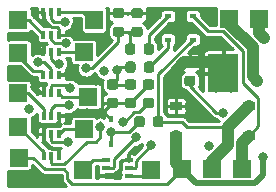
<source format=gbr>
G04 #@! TF.GenerationSoftware,KiCad,Pcbnew,(5.1.6)-1*
G04 #@! TF.CreationDate,2021-01-08T10:20:39+01:00*
G04 #@! TF.ProjectId,Lokdecoder_TI_altQuartz,4c6f6b64-6563-46f6-9465-725f54495f61,rev?*
G04 #@! TF.SameCoordinates,Original*
G04 #@! TF.FileFunction,Copper,L4,Bot*
G04 #@! TF.FilePolarity,Positive*
%FSLAX46Y46*%
G04 Gerber Fmt 4.6, Leading zero omitted, Abs format (unit mm)*
G04 Created by KiCad (PCBNEW (5.1.6)-1) date 2021-01-08 10:20:39*
%MOMM*%
%LPD*%
G01*
G04 APERTURE LIST*
G04 #@! TA.AperFunction,SMDPad,CuDef*
%ADD10R,1.500000X1.500000*%
G04 #@! TD*
G04 #@! TA.AperFunction,SMDPad,CuDef*
%ADD11R,0.400000X0.650000*%
G04 #@! TD*
G04 #@! TA.AperFunction,SMDPad,CuDef*
%ADD12R,1.000000X0.800000*%
G04 #@! TD*
G04 #@! TA.AperFunction,SMDPad,CuDef*
%ADD13R,0.450000X0.600000*%
G04 #@! TD*
G04 #@! TA.AperFunction,SMDPad,CuDef*
%ADD14R,0.600000X0.450000*%
G04 #@! TD*
G04 #@! TA.AperFunction,Conductor*
%ADD15R,2.600000X3.300000*%
G04 #@! TD*
G04 #@! TA.AperFunction,ComponentPad*
%ADD16C,0.630000*%
G04 #@! TD*
G04 #@! TA.AperFunction,SMDPad,CuDef*
%ADD17R,0.650000X0.400000*%
G04 #@! TD*
G04 #@! TA.AperFunction,ViaPad*
%ADD18C,0.800000*%
G04 #@! TD*
G04 #@! TA.AperFunction,Conductor*
%ADD19C,0.250000*%
G04 #@! TD*
G04 #@! TA.AperFunction,Conductor*
%ADD20C,0.500000*%
G04 #@! TD*
G04 #@! TA.AperFunction,Conductor*
%ADD21C,1.000000*%
G04 #@! TD*
G04 #@! TA.AperFunction,Conductor*
%ADD22C,0.254000*%
G04 #@! TD*
G04 APERTURE END LIST*
D10*
X67843400Y-118033800D03*
D11*
X51028600Y-106690200D03*
X52328600Y-106690200D03*
X51678600Y-104790200D03*
X51678600Y-106690200D03*
X52328600Y-104790200D03*
X51028600Y-104790200D03*
G04 #@! TA.AperFunction,SMDPad,CuDef*
G36*
G01*
X59662350Y-110484300D02*
X60174850Y-110484300D01*
G75*
G02*
X60393600Y-110703050I0J-218750D01*
G01*
X60393600Y-111140550D01*
G75*
G02*
X60174850Y-111359300I-218750J0D01*
G01*
X59662350Y-111359300D01*
G75*
G02*
X59443600Y-111140550I0J218750D01*
G01*
X59443600Y-110703050D01*
G75*
G02*
X59662350Y-110484300I218750J0D01*
G01*
G37*
G04 #@! TD.AperFunction*
G04 #@! TA.AperFunction,SMDPad,CuDef*
G36*
G01*
X59662350Y-112059300D02*
X60174850Y-112059300D01*
G75*
G02*
X60393600Y-112278050I0J-218750D01*
G01*
X60393600Y-112715550D01*
G75*
G02*
X60174850Y-112934300I-218750J0D01*
G01*
X59662350Y-112934300D01*
G75*
G02*
X59443600Y-112715550I0J218750D01*
G01*
X59443600Y-112278050D01*
G75*
G02*
X59662350Y-112059300I218750J0D01*
G01*
G37*
G04 #@! TD.AperFunction*
G04 #@! TA.AperFunction,SMDPad,CuDef*
G36*
G01*
X58650850Y-112934100D02*
X58138350Y-112934100D01*
G75*
G02*
X57919600Y-112715350I0J218750D01*
G01*
X57919600Y-112277850D01*
G75*
G02*
X58138350Y-112059100I218750J0D01*
G01*
X58650850Y-112059100D01*
G75*
G02*
X58869600Y-112277850I0J-218750D01*
G01*
X58869600Y-112715350D01*
G75*
G02*
X58650850Y-112934100I-218750J0D01*
G01*
G37*
G04 #@! TD.AperFunction*
G04 #@! TA.AperFunction,SMDPad,CuDef*
G36*
G01*
X58650850Y-111359100D02*
X58138350Y-111359100D01*
G75*
G02*
X57919600Y-111140350I0J218750D01*
G01*
X57919600Y-110702850D01*
G75*
G02*
X58138350Y-110484100I218750J0D01*
G01*
X58650850Y-110484100D01*
G75*
G02*
X58869600Y-110702850I0J-218750D01*
G01*
X58869600Y-111140350D01*
G75*
G02*
X58650850Y-111359100I-218750J0D01*
G01*
G37*
G04 #@! TD.AperFunction*
G04 #@! TA.AperFunction,SMDPad,CuDef*
G36*
G01*
X57122350Y-104438900D02*
X57634850Y-104438900D01*
G75*
G02*
X57853600Y-104657650I0J-218750D01*
G01*
X57853600Y-105095150D01*
G75*
G02*
X57634850Y-105313900I-218750J0D01*
G01*
X57122350Y-105313900D01*
G75*
G02*
X56903600Y-105095150I0J218750D01*
G01*
X56903600Y-104657650D01*
G75*
G02*
X57122350Y-104438900I218750J0D01*
G01*
G37*
G04 #@! TD.AperFunction*
G04 #@! TA.AperFunction,SMDPad,CuDef*
G36*
G01*
X57122350Y-106013900D02*
X57634850Y-106013900D01*
G75*
G02*
X57853600Y-106232650I0J-218750D01*
G01*
X57853600Y-106670150D01*
G75*
G02*
X57634850Y-106888900I-218750J0D01*
G01*
X57122350Y-106888900D01*
G75*
G02*
X56903600Y-106670150I0J218750D01*
G01*
X56903600Y-106232650D01*
G75*
G02*
X57122350Y-106013900I218750J0D01*
G01*
G37*
G04 #@! TD.AperFunction*
D12*
X62255400Y-115290600D03*
X62255400Y-112750600D03*
X68405400Y-112750600D03*
X68405400Y-115290600D03*
D13*
X56718200Y-113834200D03*
X56718200Y-115934200D03*
D14*
X61561000Y-107111800D03*
X63661000Y-107111800D03*
X61561000Y-105130600D03*
X63661000Y-105130600D03*
D15*
X66248000Y-109982000D03*
D16*
X65598000Y-108682000D03*
X65598000Y-109982000D03*
X66898000Y-109982000D03*
X66898000Y-108682000D03*
X65598000Y-111282000D03*
X66898000Y-111282000D03*
G04 #@! TA.AperFunction,SMDPad,CuDef*
G36*
G01*
X58719100Y-114327650D02*
X58719100Y-113815150D01*
G75*
G02*
X58937850Y-113596400I218750J0D01*
G01*
X59375350Y-113596400D01*
G75*
G02*
X59594100Y-113815150I0J-218750D01*
G01*
X59594100Y-114327650D01*
G75*
G02*
X59375350Y-114546400I-218750J0D01*
G01*
X58937850Y-114546400D01*
G75*
G02*
X58719100Y-114327650I0J218750D01*
G01*
G37*
G04 #@! TD.AperFunction*
G04 #@! TA.AperFunction,SMDPad,CuDef*
G36*
G01*
X60294100Y-114327650D02*
X60294100Y-113815150D01*
G75*
G02*
X60512850Y-113596400I218750J0D01*
G01*
X60950350Y-113596400D01*
G75*
G02*
X61169100Y-113815150I0J-218750D01*
G01*
X61169100Y-114327650D01*
G75*
G02*
X60950350Y-114546400I-218750J0D01*
G01*
X60512850Y-114546400D01*
G75*
G02*
X60294100Y-114327650I0J218750D01*
G01*
G37*
G04 #@! TD.AperFunction*
G04 #@! TA.AperFunction,SMDPad,CuDef*
G36*
G01*
X57956900Y-109704850D02*
X57956900Y-109192350D01*
G75*
G02*
X58175650Y-108973600I218750J0D01*
G01*
X58613150Y-108973600D01*
G75*
G02*
X58831900Y-109192350I0J-218750D01*
G01*
X58831900Y-109704850D01*
G75*
G02*
X58613150Y-109923600I-218750J0D01*
G01*
X58175650Y-109923600D01*
G75*
G02*
X57956900Y-109704850I0J218750D01*
G01*
G37*
G04 #@! TD.AperFunction*
G04 #@! TA.AperFunction,SMDPad,CuDef*
G36*
G01*
X59531900Y-109704850D02*
X59531900Y-109192350D01*
G75*
G02*
X59750650Y-108973600I218750J0D01*
G01*
X60188150Y-108973600D01*
G75*
G02*
X60406900Y-109192350I0J-218750D01*
G01*
X60406900Y-109704850D01*
G75*
G02*
X60188150Y-109923600I-218750J0D01*
G01*
X59750650Y-109923600D01*
G75*
G02*
X59531900Y-109704850I0J218750D01*
G01*
G37*
G04 #@! TD.AperFunction*
G04 #@! TA.AperFunction,SMDPad,CuDef*
G36*
G01*
X57931600Y-108180850D02*
X57931600Y-107668350D01*
G75*
G02*
X58150350Y-107449600I218750J0D01*
G01*
X58587850Y-107449600D01*
G75*
G02*
X58806600Y-107668350I0J-218750D01*
G01*
X58806600Y-108180850D01*
G75*
G02*
X58587850Y-108399600I-218750J0D01*
G01*
X58150350Y-108399600D01*
G75*
G02*
X57931600Y-108180850I0J218750D01*
G01*
G37*
G04 #@! TD.AperFunction*
G04 #@! TA.AperFunction,SMDPad,CuDef*
G36*
G01*
X59506600Y-108180850D02*
X59506600Y-107668350D01*
G75*
G02*
X59725350Y-107449600I218750J0D01*
G01*
X60162850Y-107449600D01*
G75*
G02*
X60381600Y-107668350I0J-218750D01*
G01*
X60381600Y-108180850D01*
G75*
G02*
X60162850Y-108399600I-218750J0D01*
G01*
X59725350Y-108399600D01*
G75*
G02*
X59506600Y-108180850I0J218750D01*
G01*
G37*
G04 #@! TD.AperFunction*
G04 #@! TA.AperFunction,SMDPad,CuDef*
G36*
G01*
X56614350Y-112059100D02*
X57126850Y-112059100D01*
G75*
G02*
X57345600Y-112277850I0J-218750D01*
G01*
X57345600Y-112715350D01*
G75*
G02*
X57126850Y-112934100I-218750J0D01*
G01*
X56614350Y-112934100D01*
G75*
G02*
X56395600Y-112715350I0J218750D01*
G01*
X56395600Y-112277850D01*
G75*
G02*
X56614350Y-112059100I218750J0D01*
G01*
G37*
G04 #@! TD.AperFunction*
G04 #@! TA.AperFunction,SMDPad,CuDef*
G36*
G01*
X56614350Y-110484100D02*
X57126850Y-110484100D01*
G75*
G02*
X57345600Y-110702850I0J-218750D01*
G01*
X57345600Y-111140350D01*
G75*
G02*
X57126850Y-111359100I-218750J0D01*
G01*
X56614350Y-111359100D01*
G75*
G02*
X56395600Y-111140350I0J218750D01*
G01*
X56395600Y-110702850D01*
G75*
G02*
X56614350Y-110484100I218750J0D01*
G01*
G37*
G04 #@! TD.AperFunction*
G04 #@! TA.AperFunction,SMDPad,CuDef*
G36*
G01*
X59209650Y-105314100D02*
X58697150Y-105314100D01*
G75*
G02*
X58478400Y-105095350I0J218750D01*
G01*
X58478400Y-104657850D01*
G75*
G02*
X58697150Y-104439100I218750J0D01*
G01*
X59209650Y-104439100D01*
G75*
G02*
X59428400Y-104657850I0J-218750D01*
G01*
X59428400Y-105095350D01*
G75*
G02*
X59209650Y-105314100I-218750J0D01*
G01*
G37*
G04 #@! TD.AperFunction*
G04 #@! TA.AperFunction,SMDPad,CuDef*
G36*
G01*
X59209650Y-106889100D02*
X58697150Y-106889100D01*
G75*
G02*
X58478400Y-106670350I0J218750D01*
G01*
X58478400Y-106232850D01*
G75*
G02*
X58697150Y-106014100I218750J0D01*
G01*
X59209650Y-106014100D01*
G75*
G02*
X59428400Y-106232850I0J-218750D01*
G01*
X59428400Y-106670350D01*
G75*
G02*
X59209650Y-106889100I-218750J0D01*
G01*
G37*
G04 #@! TD.AperFunction*
G04 #@! TA.AperFunction,SMDPad,CuDef*
G36*
G01*
X63167550Y-110179500D02*
X63680050Y-110179500D01*
G75*
G02*
X63898800Y-110398250I0J-218750D01*
G01*
X63898800Y-110835750D01*
G75*
G02*
X63680050Y-111054500I-218750J0D01*
G01*
X63167550Y-111054500D01*
G75*
G02*
X62948800Y-110835750I0J218750D01*
G01*
X62948800Y-110398250D01*
G75*
G02*
X63167550Y-110179500I218750J0D01*
G01*
G37*
G04 #@! TD.AperFunction*
G04 #@! TA.AperFunction,SMDPad,CuDef*
G36*
G01*
X63167550Y-108604500D02*
X63680050Y-108604500D01*
G75*
G02*
X63898800Y-108823250I0J-218750D01*
G01*
X63898800Y-109260750D01*
G75*
G02*
X63680050Y-109479500I-218750J0D01*
G01*
X63167550Y-109479500D01*
G75*
G02*
X62948800Y-109260750I0J218750D01*
G01*
X62948800Y-108823250D01*
G75*
G02*
X63167550Y-108604500I218750J0D01*
G01*
G37*
G04 #@! TD.AperFunction*
D17*
X56327000Y-117333000D03*
X56327000Y-118633000D03*
X58227000Y-117983000D03*
X56327000Y-117983000D03*
X58227000Y-118633000D03*
X58227000Y-117333000D03*
D11*
X51039000Y-115102600D03*
X52339000Y-115102600D03*
X51689000Y-117002600D03*
X51689000Y-115102600D03*
X52339000Y-117002600D03*
X51039000Y-117002600D03*
X51039000Y-111648200D03*
X52339000Y-111648200D03*
X51689000Y-113548200D03*
X51689000Y-111648200D03*
X52339000Y-113548200D03*
X51039000Y-113548200D03*
X51028600Y-108193800D03*
X52328600Y-108193800D03*
X51678600Y-110093800D03*
X51678600Y-108193800D03*
X52328600Y-110093800D03*
X51028600Y-110093800D03*
D10*
X66725800Y-105333800D03*
X69265800Y-105333800D03*
X65303400Y-118033800D03*
X62763400Y-118033800D03*
X54381400Y-118135400D03*
X60172600Y-118135400D03*
X48895000Y-114477800D03*
X54432200Y-114681000D03*
X48895000Y-105435400D03*
X55295800Y-105486200D03*
X48895000Y-108229400D03*
X54432200Y-108178600D03*
X48895000Y-111633000D03*
X54838600Y-111937800D03*
X48945800Y-117119400D03*
D18*
X50469800Y-107670600D03*
X49513159Y-118888841D03*
X50317400Y-111125000D03*
X53150002Y-109905800D03*
X54686200Y-113309400D03*
X57300342Y-118588764D03*
X60274200Y-104876600D03*
X55448200Y-110587798D03*
X53822600Y-105943400D03*
X49802215Y-112962039D03*
X56159400Y-109753400D03*
X57785000Y-114071400D03*
X65058982Y-116112982D03*
X57226200Y-109702600D03*
X54656439Y-109554148D03*
X69590002Y-117053400D03*
X56718200Y-114940999D03*
X66217800Y-113309400D03*
X53122668Y-115795033D03*
X60172600Y-116066000D03*
X58849998Y-115390998D03*
X55803800Y-114477800D03*
X52857400Y-105632458D03*
X52950315Y-107442000D03*
X52330064Y-109168798D03*
X50528902Y-109038591D03*
X53314600Y-111212800D03*
X53150002Y-112677843D03*
X69123000Y-110617000D03*
X69672200Y-106959400D03*
D19*
X51028600Y-108193800D02*
X50993000Y-108193800D01*
X50993000Y-108193800D02*
X50469800Y-107670600D01*
X52339000Y-116542598D02*
X52339000Y-117002600D01*
X52149001Y-116352599D02*
X52339000Y-116542598D01*
X51039000Y-115677600D02*
X51713999Y-116352599D01*
X51713999Y-116352599D02*
X52149001Y-116352599D01*
X51039000Y-115102600D02*
X51039000Y-115677600D01*
X59512200Y-110921600D02*
X59512200Y-110972600D01*
X51039000Y-111648200D02*
X50840600Y-111648200D01*
X50840600Y-111648200D02*
X50317400Y-111125000D01*
X52339000Y-113548200D02*
X54244200Y-113548200D01*
X54244200Y-113548200D02*
X54483000Y-113309400D01*
X56718200Y-113834200D02*
X56193400Y-113309400D01*
X56193400Y-113173800D02*
X56870600Y-112496600D01*
X56193400Y-113309400D02*
X56193400Y-113173800D01*
X58394600Y-112496600D02*
X56870600Y-112496600D01*
X52328600Y-110093800D02*
X52962002Y-110093800D01*
X52962002Y-110093800D02*
X53150002Y-109905800D01*
X51039000Y-114642598D02*
X51039000Y-115102600D01*
X51228999Y-114452599D02*
X51039000Y-114642598D01*
X52339000Y-114008202D02*
X51894603Y-114452599D01*
X51894603Y-114452599D02*
X51228999Y-114452599D01*
X52339000Y-113548200D02*
X52339000Y-114008202D01*
X58394600Y-112445800D02*
X59918600Y-110921800D01*
X58394600Y-112496600D02*
X58394600Y-112445800D01*
X52328600Y-106230198D02*
X52328600Y-106690200D01*
X51717189Y-106040199D02*
X52138601Y-106040199D01*
X51028600Y-105351610D02*
X51717189Y-106040199D01*
X52138601Y-106040199D02*
X52328600Y-106230198D01*
X51028600Y-104790200D02*
X51028600Y-105351610D01*
X54686200Y-113309400D02*
X54483000Y-113309400D01*
X55245000Y-113309400D02*
X54686200Y-113309400D01*
X56193400Y-113309400D02*
X55245000Y-113309400D01*
D20*
X56327000Y-118633000D02*
X57185800Y-118633000D01*
X57185800Y-118633000D02*
X57327800Y-118491000D01*
D19*
X57766998Y-117333000D02*
X58227000Y-117333000D01*
X57576999Y-117522999D02*
X57766998Y-117333000D01*
X57576999Y-118140201D02*
X57576999Y-117522999D01*
X57300342Y-118416858D02*
X57576999Y-118140201D01*
X57300342Y-118588764D02*
X57300342Y-118416858D01*
X58953200Y-104876400D02*
X58953400Y-104876600D01*
X57378600Y-104876400D02*
X58953200Y-104876400D01*
X58953400Y-104876600D02*
X60274200Y-104876600D01*
X53822600Y-105943400D02*
X53075800Y-106690200D01*
X53075800Y-106690200D02*
X52328600Y-106690200D01*
X66121000Y-109855000D02*
X66248000Y-109982000D01*
X65238000Y-109042000D02*
X65598000Y-108682000D01*
D21*
X62248790Y-111216316D02*
X62248790Y-109742010D01*
X62255400Y-111222926D02*
X62248790Y-111216316D01*
X65308000Y-109042000D02*
X66248000Y-109982000D01*
X62248790Y-109742010D02*
X62948800Y-109042000D01*
X63423800Y-109042000D02*
X65308000Y-109042000D01*
X62948800Y-109042000D02*
X63423800Y-109042000D01*
D19*
X59156290Y-113259110D02*
X59918600Y-112496800D01*
X58724896Y-113259110D02*
X59156290Y-113259110D01*
X57912606Y-114071400D02*
X58724896Y-113259110D01*
X57785000Y-114071400D02*
X57912606Y-114071400D01*
X57480200Y-109448600D02*
X57226200Y-109702600D01*
X58394400Y-109448600D02*
X57480200Y-109448600D01*
X58394600Y-110921600D02*
X56870600Y-110921600D01*
X57226200Y-110566000D02*
X56870600Y-110921600D01*
X57226200Y-109702600D02*
X57226200Y-110566000D01*
X57378800Y-106451600D02*
X57378600Y-106451400D01*
X58369100Y-107035700D02*
X58369100Y-106629100D01*
X58369100Y-106629100D02*
X58191600Y-106451600D01*
X58953400Y-106451600D02*
X58191600Y-106451600D01*
X58369100Y-107924600D02*
X58369100Y-107035700D01*
X58369100Y-107035700D02*
X58369100Y-106781500D01*
X58191600Y-106451600D02*
X57378800Y-106451600D01*
X55141654Y-109554148D02*
X54656439Y-109554148D01*
X57378600Y-106451400D02*
X57378600Y-107317202D01*
X57378600Y-107317202D02*
X55141654Y-109554148D01*
D21*
X62255400Y-117525800D02*
X62763400Y-118033800D01*
X62255400Y-115290600D02*
X62255400Y-117525800D01*
D19*
X53474763Y-119313765D02*
X53060600Y-118899602D01*
X52773811Y-118102611D02*
X51148211Y-118102611D01*
X53060600Y-118899602D02*
X53060600Y-118389400D01*
X53060600Y-118389400D02*
X52773811Y-118102611D01*
X50165000Y-117119400D02*
X48945800Y-117119400D01*
X51148211Y-118102611D02*
X50165000Y-117119400D01*
D20*
X69590002Y-118597200D02*
X69590002Y-117053400D01*
X68953401Y-119233801D02*
X69590002Y-118597200D01*
X63963401Y-119233801D02*
X68953401Y-119233801D01*
X62763400Y-118033800D02*
X63963401Y-119233801D01*
D19*
X61483435Y-119313765D02*
X62763400Y-118033800D01*
X53474763Y-119313765D02*
X61483435Y-119313765D01*
D21*
X66643391Y-114512609D02*
X68405400Y-112750600D01*
X66643391Y-116084209D02*
X66643391Y-114512609D01*
X65303400Y-117424200D02*
X66643391Y-116084209D01*
X65303400Y-118033800D02*
X65303400Y-117424200D01*
D19*
X63160012Y-114512609D02*
X66643391Y-114512609D01*
X62718803Y-114071400D02*
X63160012Y-114512609D01*
X60731600Y-114071400D02*
X62718803Y-114071400D01*
X60718610Y-110054190D02*
X60718610Y-114058410D01*
X60718610Y-114058410D02*
X60731600Y-114071400D01*
X63661000Y-107111800D02*
X60718610Y-110054190D01*
D21*
X67843400Y-115852600D02*
X68405400Y-115290600D01*
X67843400Y-118033800D02*
X67843400Y-115852600D01*
D19*
X69230401Y-114465599D02*
X68405400Y-115290600D01*
X64939201Y-106408801D02*
X66209803Y-106408801D01*
X63661000Y-105130600D02*
X64939201Y-106408801D01*
X69230401Y-112090599D02*
X67909202Y-110769400D01*
X69230401Y-114465599D02*
X69230401Y-112090599D01*
X67909202Y-108108200D02*
X66209803Y-106408801D01*
X67909202Y-110769400D02*
X67909202Y-108108200D01*
X56718200Y-115934200D02*
X56718200Y-114940999D01*
X59096594Y-114071400D02*
X59156600Y-114071400D01*
X58226995Y-114940999D02*
X59096594Y-114071400D01*
X56718200Y-114940999D02*
X58226995Y-114940999D01*
X61561000Y-107857000D02*
X61561000Y-107111800D01*
X59969400Y-109448600D02*
X61561000Y-107857000D01*
X59944100Y-106747500D02*
X61561000Y-105130600D01*
X59944100Y-107924600D02*
X59944100Y-106747500D01*
X63423800Y-111081085D02*
X63423800Y-110617000D01*
X65652115Y-113309400D02*
X63423800Y-111081085D01*
X66217800Y-113309400D02*
X65652115Y-113309400D01*
X53080236Y-115752601D02*
X53122668Y-115795033D01*
X51689000Y-115102600D02*
X51689000Y-115677600D01*
X51764001Y-115752601D02*
X53080236Y-115752601D01*
X51689000Y-115677600D02*
X51764001Y-115752601D01*
X58877001Y-117361599D02*
X60172600Y-116066000D01*
X58877001Y-117907999D02*
X58877001Y-117361599D01*
X58227000Y-117983000D02*
X58802000Y-117983000D01*
X58802000Y-117983000D02*
X58877001Y-117907999D01*
X56977001Y-117263995D02*
X58849998Y-115390998D01*
X56977001Y-117907999D02*
X56977001Y-117263995D01*
X56327000Y-117983000D02*
X56902000Y-117983000D01*
X56902000Y-117983000D02*
X56977001Y-117907999D01*
X55803800Y-115394402D02*
X55803800Y-114122200D01*
X55442201Y-115756001D02*
X55803800Y-115394402D01*
X51689000Y-117577600D02*
X51764001Y-117652601D01*
X51689000Y-117002600D02*
X51689000Y-117577600D01*
X54695601Y-115756001D02*
X55442201Y-115756001D01*
X51764001Y-117652601D02*
X52799001Y-117652601D01*
X52799001Y-117652601D02*
X54695601Y-115756001D01*
X51678600Y-104790200D02*
X51678600Y-105365200D01*
X51678600Y-105365200D02*
X51903589Y-105590189D01*
X52865931Y-105590189D02*
X52908200Y-105632458D01*
X51903589Y-105590189D02*
X52865931Y-105590189D01*
X52790379Y-105590189D02*
X52832648Y-105632458D01*
X51678600Y-107150202D02*
X51678600Y-106690200D01*
X51970398Y-107442000D02*
X51678600Y-107150202D01*
X52950315Y-107442000D02*
X51970398Y-107442000D01*
X52078598Y-109168798D02*
X52330064Y-109168798D01*
X51678600Y-108193800D02*
X51678600Y-108768800D01*
X51678600Y-108768800D02*
X52078598Y-109168798D01*
X51083393Y-109038591D02*
X50528902Y-109038591D01*
X51678600Y-110093800D02*
X51678600Y-109633798D01*
X51678600Y-109633798D02*
X51083393Y-109038591D01*
X51764001Y-110998199D02*
X53099999Y-110998199D01*
X51689000Y-111648200D02*
X51689000Y-111073200D01*
X53099999Y-110998199D02*
X53314600Y-111212800D01*
X51689000Y-111073200D02*
X51764001Y-110998199D01*
X51984357Y-112677843D02*
X53150002Y-112677843D01*
X51689000Y-113548200D02*
X51689000Y-112973200D01*
X51689000Y-112973200D02*
X51984357Y-112677843D01*
D21*
X66725800Y-105333800D02*
X66725800Y-105506870D01*
X66725800Y-105758058D02*
X68734212Y-107766470D01*
X66725800Y-105333800D02*
X66725800Y-105758058D01*
X68734212Y-107766470D02*
X68734212Y-110228212D01*
X68734212Y-110228212D02*
X69123000Y-110617000D01*
X69265800Y-105333800D02*
X69265800Y-106553000D01*
X69265800Y-106553000D02*
X69672200Y-106959400D01*
D19*
X55183800Y-117333000D02*
X54381400Y-118135400D01*
X56327000Y-117333000D02*
X55183800Y-117333000D01*
X59675000Y-118633000D02*
X60172600Y-118135400D01*
X58227000Y-118633000D02*
X59675000Y-118633000D01*
X52760600Y-114681000D02*
X54432200Y-114681000D01*
X52339000Y-115102600D02*
X52760600Y-114681000D01*
X51039000Y-116621800D02*
X48895000Y-114477800D01*
X51039000Y-117002600D02*
X51039000Y-116621800D01*
X52628600Y-111937800D02*
X52339000Y-111648200D01*
X54838600Y-111937800D02*
X52628600Y-111937800D01*
X49698800Y-111633000D02*
X48895000Y-111633000D01*
X51039000Y-112973200D02*
X49698800Y-111633000D01*
X51039000Y-113548200D02*
X51039000Y-112973200D01*
X49773800Y-105435400D02*
X51028600Y-106690200D01*
X48895000Y-105435400D02*
X49773800Y-105435400D01*
X54396600Y-104790200D02*
X52328600Y-104790200D01*
X55092600Y-105486200D02*
X54396600Y-104790200D01*
X52343800Y-108178600D02*
X52328600Y-108193800D01*
X54432200Y-108178600D02*
X52343800Y-108178600D01*
X48895000Y-108477691D02*
X48895000Y-108229400D01*
X50180901Y-109763592D02*
X48895000Y-108477691D01*
X50784792Y-109763592D02*
X50180901Y-109763592D01*
X51028600Y-110007400D02*
X50784792Y-109763592D01*
X51028600Y-110093800D02*
X51028600Y-110007400D01*
D22*
G36*
X50772839Y-118442831D02*
G01*
X50788684Y-118462138D01*
X50865732Y-118525370D01*
X50953636Y-118572356D01*
X51026818Y-118594555D01*
X51049017Y-118601289D01*
X51058905Y-118602263D01*
X51123357Y-118608611D01*
X51123364Y-118608611D01*
X51148210Y-118611058D01*
X51173056Y-118608611D01*
X52554601Y-118608611D01*
X52554600Y-118874755D01*
X52552153Y-118899602D01*
X52554600Y-118924448D01*
X52554600Y-118924455D01*
X52561922Y-118998794D01*
X52590855Y-119094176D01*
X52637841Y-119182081D01*
X52701073Y-119259129D01*
X52720385Y-119274978D01*
X52952806Y-119507400D01*
X48031000Y-119507400D01*
X48031000Y-118213324D01*
X48049292Y-118223101D01*
X48121111Y-118244887D01*
X48195800Y-118252243D01*
X49695800Y-118252243D01*
X49770489Y-118244887D01*
X49842308Y-118223101D01*
X49908496Y-118187722D01*
X49966511Y-118140111D01*
X50014122Y-118082096D01*
X50049501Y-118015908D01*
X50071287Y-117944089D01*
X50078643Y-117869400D01*
X50078643Y-117748634D01*
X50772839Y-118442831D01*
G37*
X50772839Y-118442831D02*
X50788684Y-118462138D01*
X50865732Y-118525370D01*
X50953636Y-118572356D01*
X51026818Y-118594555D01*
X51049017Y-118601289D01*
X51058905Y-118602263D01*
X51123357Y-118608611D01*
X51123364Y-118608611D01*
X51148210Y-118611058D01*
X51173056Y-118608611D01*
X52554601Y-118608611D01*
X52554600Y-118874755D01*
X52552153Y-118899602D01*
X52554600Y-118924448D01*
X52554600Y-118924455D01*
X52561922Y-118998794D01*
X52590855Y-119094176D01*
X52637841Y-119182081D01*
X52701073Y-119259129D01*
X52720385Y-119274978D01*
X52952806Y-119507400D01*
X48031000Y-119507400D01*
X48031000Y-118213324D01*
X48049292Y-118223101D01*
X48121111Y-118244887D01*
X48195800Y-118252243D01*
X49695800Y-118252243D01*
X49770489Y-118244887D01*
X49842308Y-118223101D01*
X49908496Y-118187722D01*
X49966511Y-118140111D01*
X50014122Y-118082096D01*
X50049501Y-118015908D01*
X50071287Y-117944089D01*
X50078643Y-117869400D01*
X50078643Y-117748634D01*
X50772839Y-118442831D01*
G36*
X57521000Y-117451250D02*
G01*
X57519157Y-117533000D01*
X57526513Y-117607689D01*
X57541775Y-117658000D01*
X57526513Y-117708311D01*
X57519157Y-117783000D01*
X57519157Y-118183000D01*
X57526513Y-118257689D01*
X57541775Y-118308000D01*
X57526513Y-118358311D01*
X57519157Y-118433000D01*
X57519157Y-118807765D01*
X57034274Y-118807765D01*
X57033000Y-118751250D01*
X56937750Y-118656000D01*
X56350000Y-118656000D01*
X56350000Y-118676000D01*
X56304000Y-118676000D01*
X56304000Y-118656000D01*
X55716250Y-118656000D01*
X55621000Y-118751250D01*
X55619726Y-118807765D01*
X55514243Y-118807765D01*
X55514243Y-117839000D01*
X55619157Y-117839000D01*
X55619157Y-118183000D01*
X55626513Y-118257689D01*
X55641775Y-118308000D01*
X55626513Y-118358311D01*
X55619157Y-118433000D01*
X55621000Y-118514750D01*
X55716250Y-118610000D01*
X56304000Y-118610000D01*
X56304000Y-118590000D01*
X56350000Y-118590000D01*
X56350000Y-118610000D01*
X56937750Y-118610000D01*
X57033000Y-118514750D01*
X57033970Y-118471736D01*
X57096575Y-118452745D01*
X57184479Y-118405759D01*
X57261527Y-118342527D01*
X57277376Y-118323215D01*
X57317216Y-118283375D01*
X57336528Y-118267526D01*
X57399760Y-118190478D01*
X57446746Y-118102574D01*
X57475679Y-118007192D01*
X57483001Y-117932853D01*
X57483001Y-117932846D01*
X57485448Y-117908000D01*
X57483001Y-117883154D01*
X57483001Y-117473586D01*
X57600585Y-117356002D01*
X57616248Y-117356002D01*
X57521000Y-117451250D01*
G37*
X57521000Y-117451250D02*
X57519157Y-117533000D01*
X57526513Y-117607689D01*
X57541775Y-117658000D01*
X57526513Y-117708311D01*
X57519157Y-117783000D01*
X57519157Y-118183000D01*
X57526513Y-118257689D01*
X57541775Y-118308000D01*
X57526513Y-118358311D01*
X57519157Y-118433000D01*
X57519157Y-118807765D01*
X57034274Y-118807765D01*
X57033000Y-118751250D01*
X56937750Y-118656000D01*
X56350000Y-118656000D01*
X56350000Y-118676000D01*
X56304000Y-118676000D01*
X56304000Y-118656000D01*
X55716250Y-118656000D01*
X55621000Y-118751250D01*
X55619726Y-118807765D01*
X55514243Y-118807765D01*
X55514243Y-117839000D01*
X55619157Y-117839000D01*
X55619157Y-118183000D01*
X55626513Y-118257689D01*
X55641775Y-118308000D01*
X55626513Y-118358311D01*
X55619157Y-118433000D01*
X55621000Y-118514750D01*
X55716250Y-118610000D01*
X56304000Y-118610000D01*
X56304000Y-118590000D01*
X56350000Y-118590000D01*
X56350000Y-118610000D01*
X56937750Y-118610000D01*
X57033000Y-118514750D01*
X57033970Y-118471736D01*
X57096575Y-118452745D01*
X57184479Y-118405759D01*
X57261527Y-118342527D01*
X57277376Y-118323215D01*
X57317216Y-118283375D01*
X57336528Y-118267526D01*
X57399760Y-118190478D01*
X57446746Y-118102574D01*
X57475679Y-118007192D01*
X57483001Y-117932853D01*
X57483001Y-117932846D01*
X57485448Y-117908000D01*
X57483001Y-117883154D01*
X57483001Y-117473586D01*
X57600585Y-117356002D01*
X57616248Y-117356002D01*
X57521000Y-117451250D01*
G36*
X59391600Y-115989078D02*
G01*
X59391600Y-116131408D01*
X58727965Y-116795044D01*
X58698508Y-116779299D01*
X58626689Y-116757513D01*
X58552000Y-116750157D01*
X58345250Y-116752000D01*
X58250000Y-116847250D01*
X58250000Y-117310000D01*
X58270000Y-117310000D01*
X58270000Y-117356000D01*
X58250000Y-117356000D01*
X58250000Y-117376000D01*
X58204000Y-117376000D01*
X58204000Y-117356000D01*
X58184000Y-117356000D01*
X58184000Y-117310000D01*
X58204000Y-117310000D01*
X58204000Y-116847250D01*
X58156669Y-116799919D01*
X58784590Y-116171998D01*
X58926920Y-116171998D01*
X59077807Y-116141985D01*
X59219940Y-116083111D01*
X59347857Y-115997640D01*
X59400335Y-115945162D01*
X59391600Y-115989078D01*
G37*
X59391600Y-115989078D02*
X59391600Y-116131408D01*
X58727965Y-116795044D01*
X58698508Y-116779299D01*
X58626689Y-116757513D01*
X58552000Y-116750157D01*
X58345250Y-116752000D01*
X58250000Y-116847250D01*
X58250000Y-117310000D01*
X58270000Y-117310000D01*
X58270000Y-117356000D01*
X58250000Y-117356000D01*
X58250000Y-117376000D01*
X58204000Y-117376000D01*
X58204000Y-117356000D01*
X58184000Y-117356000D01*
X58184000Y-117310000D01*
X58204000Y-117310000D01*
X58204000Y-116847250D01*
X58156669Y-116799919D01*
X58784590Y-116171998D01*
X58926920Y-116171998D01*
X59077807Y-116141985D01*
X59219940Y-116083111D01*
X59347857Y-115997640D01*
X59400335Y-115945162D01*
X59391600Y-115989078D01*
G36*
X53299357Y-108928600D02*
G01*
X53306713Y-109003289D01*
X53328499Y-109075108D01*
X53363878Y-109141296D01*
X53411489Y-109199311D01*
X53469504Y-109246922D01*
X53535692Y-109282301D01*
X53607511Y-109304087D01*
X53682200Y-109311443D01*
X53911622Y-109311443D01*
X53905452Y-109326339D01*
X53875439Y-109477226D01*
X53875439Y-109631070D01*
X53905452Y-109781957D01*
X53964326Y-109924090D01*
X54049797Y-110052007D01*
X54158580Y-110160790D01*
X54286497Y-110246261D01*
X54428630Y-110305135D01*
X54579517Y-110335148D01*
X54733361Y-110335148D01*
X54884248Y-110305135D01*
X55026381Y-110246261D01*
X55154298Y-110160790D01*
X55263081Y-110052007D01*
X55268047Y-110044575D01*
X55336229Y-110023893D01*
X55409804Y-109984566D01*
X55467287Y-110123342D01*
X55552758Y-110251259D01*
X55661541Y-110360042D01*
X55789458Y-110445513D01*
X55931591Y-110504387D01*
X56042241Y-110526396D01*
X56024316Y-110585485D01*
X56012757Y-110702850D01*
X56012757Y-111140350D01*
X56024316Y-111257715D01*
X56058551Y-111370570D01*
X56114144Y-111474577D01*
X56188960Y-111565740D01*
X56280123Y-111640556D01*
X56354490Y-111680306D01*
X56320911Y-111683613D01*
X56249092Y-111705399D01*
X56182904Y-111740778D01*
X56124889Y-111788389D01*
X56077278Y-111846404D01*
X56041899Y-111912592D01*
X56020113Y-111984411D01*
X56012757Y-112059100D01*
X56014600Y-112378350D01*
X56109850Y-112473600D01*
X56847600Y-112473600D01*
X56847600Y-112453600D01*
X56893600Y-112453600D01*
X56893600Y-112473600D01*
X57631350Y-112473600D01*
X57632600Y-112472350D01*
X57633850Y-112473600D01*
X58371600Y-112473600D01*
X58371600Y-112453600D01*
X58417600Y-112453600D01*
X58417600Y-112473600D01*
X58437600Y-112473600D01*
X58437600Y-112519600D01*
X58417600Y-112519600D01*
X58417600Y-112539600D01*
X58371600Y-112539600D01*
X58371600Y-112519600D01*
X57633850Y-112519600D01*
X57632600Y-112520850D01*
X57631350Y-112519600D01*
X56893600Y-112519600D01*
X56893600Y-112539600D01*
X56847600Y-112539600D01*
X56847600Y-112519600D01*
X56109850Y-112519600D01*
X56014600Y-112614850D01*
X56012757Y-112934100D01*
X56020113Y-113008789D01*
X56041899Y-113080608D01*
X56077278Y-113146796D01*
X56124889Y-113204811D01*
X56182904Y-113252422D01*
X56216732Y-113270504D01*
X56174878Y-113321504D01*
X56139499Y-113387692D01*
X56117713Y-113459511D01*
X56110357Y-113534200D01*
X56112200Y-113715950D01*
X56138767Y-113742517D01*
X56086279Y-113699441D01*
X55998375Y-113652455D01*
X55902993Y-113623522D01*
X55803800Y-113613752D01*
X55704608Y-113623522D01*
X55609226Y-113652455D01*
X55521322Y-113699441D01*
X55499643Y-113717233D01*
X55452911Y-113660289D01*
X55394896Y-113612678D01*
X55328708Y-113577299D01*
X55256889Y-113555513D01*
X55182200Y-113548157D01*
X53682200Y-113548157D01*
X53607511Y-113555513D01*
X53535692Y-113577299D01*
X53469504Y-113612678D01*
X53411489Y-113660289D01*
X53363878Y-113718304D01*
X53328499Y-113784492D01*
X53306713Y-113856311D01*
X53299357Y-113931000D01*
X53299357Y-114175000D01*
X52785445Y-114175000D01*
X52773287Y-114173803D01*
X52809711Y-114143911D01*
X52857322Y-114085896D01*
X52892701Y-114019708D01*
X52914487Y-113947889D01*
X52921843Y-113873200D01*
X52920000Y-113666450D01*
X52824750Y-113571200D01*
X52362000Y-113571200D01*
X52362000Y-114158950D01*
X52457250Y-114254200D01*
X52484531Y-114254815D01*
X52478121Y-114258241D01*
X52401073Y-114321473D01*
X52385228Y-114340780D01*
X52331251Y-114394757D01*
X52139000Y-114394757D01*
X52064311Y-114402113D01*
X52014000Y-114417375D01*
X51963689Y-114402113D01*
X51889000Y-114394757D01*
X51489000Y-114394757D01*
X51414311Y-114402113D01*
X51364000Y-114417375D01*
X51313689Y-114402113D01*
X51239000Y-114394757D01*
X51157250Y-114396600D01*
X51062000Y-114491850D01*
X51062000Y-115079600D01*
X51082000Y-115079600D01*
X51082000Y-115125600D01*
X51062000Y-115125600D01*
X51062000Y-115713350D01*
X51157250Y-115808600D01*
X51200265Y-115809570D01*
X51219255Y-115872174D01*
X51235652Y-115902850D01*
X51266242Y-115960079D01*
X51329474Y-116037127D01*
X51348781Y-116052972D01*
X51388625Y-116092816D01*
X51404474Y-116112128D01*
X51481522Y-116175360D01*
X51569426Y-116222346D01*
X51664808Y-116251279D01*
X51739147Y-116258601D01*
X51739154Y-116258601D01*
X51764000Y-116261048D01*
X51788846Y-116258601D01*
X52493114Y-116258601D01*
X52516026Y-116292892D01*
X52518356Y-116295222D01*
X52457250Y-116296600D01*
X52362000Y-116391850D01*
X52362000Y-116979600D01*
X52382000Y-116979600D01*
X52382000Y-117025600D01*
X52362000Y-117025600D01*
X52362000Y-117045600D01*
X52316000Y-117045600D01*
X52316000Y-117025600D01*
X52296000Y-117025600D01*
X52296000Y-116979600D01*
X52316000Y-116979600D01*
X52316000Y-116391850D01*
X52220750Y-116296600D01*
X52139000Y-116294757D01*
X52064311Y-116302113D01*
X52014000Y-116317375D01*
X51963689Y-116302113D01*
X51889000Y-116294757D01*
X51489000Y-116294757D01*
X51429958Y-116300572D01*
X51398527Y-116262273D01*
X51379220Y-116246428D01*
X50931071Y-115798279D01*
X51016000Y-115713350D01*
X51016000Y-115125600D01*
X50553250Y-115125600D01*
X50458000Y-115220850D01*
X50457078Y-115324286D01*
X50027843Y-114895052D01*
X50027843Y-114777600D01*
X50456157Y-114777600D01*
X50458000Y-114984350D01*
X50553250Y-115079600D01*
X51016000Y-115079600D01*
X51016000Y-114491850D01*
X50920750Y-114396600D01*
X50839000Y-114394757D01*
X50764311Y-114402113D01*
X50692492Y-114423899D01*
X50626304Y-114459278D01*
X50568289Y-114506889D01*
X50520678Y-114564904D01*
X50485299Y-114631092D01*
X50463513Y-114702911D01*
X50456157Y-114777600D01*
X50027843Y-114777600D01*
X50027843Y-113727800D01*
X50026458Y-113713735D01*
X50030024Y-113713026D01*
X50172157Y-113654152D01*
X50300074Y-113568681D01*
X50408857Y-113459898D01*
X50456157Y-113389108D01*
X50456157Y-113873200D01*
X50463513Y-113947889D01*
X50485299Y-114019708D01*
X50520678Y-114085896D01*
X50568289Y-114143911D01*
X50626304Y-114191522D01*
X50692492Y-114226901D01*
X50764311Y-114248687D01*
X50839000Y-114256043D01*
X51239000Y-114256043D01*
X51313689Y-114248687D01*
X51364000Y-114233425D01*
X51414311Y-114248687D01*
X51489000Y-114256043D01*
X51889000Y-114256043D01*
X51963689Y-114248687D01*
X52014000Y-114233425D01*
X52064311Y-114248687D01*
X52139000Y-114256043D01*
X52220750Y-114254200D01*
X52316000Y-114158950D01*
X52316000Y-113571200D01*
X52296000Y-113571200D01*
X52296000Y-113525200D01*
X52316000Y-113525200D01*
X52316000Y-113505200D01*
X52362000Y-113505200D01*
X52362000Y-113525200D01*
X52824750Y-113525200D01*
X52920000Y-113429950D01*
X52920018Y-113427929D01*
X52922193Y-113428830D01*
X53073080Y-113458843D01*
X53226924Y-113458843D01*
X53377811Y-113428830D01*
X53519944Y-113369956D01*
X53647861Y-113284485D01*
X53756644Y-113175702D01*
X53842115Y-113047785D01*
X53863566Y-112995997D01*
X53875904Y-113006122D01*
X53942092Y-113041501D01*
X54013911Y-113063287D01*
X54088600Y-113070643D01*
X55588600Y-113070643D01*
X55663289Y-113063287D01*
X55735108Y-113041501D01*
X55801296Y-113006122D01*
X55859311Y-112958511D01*
X55906922Y-112900496D01*
X55942301Y-112834308D01*
X55964087Y-112762489D01*
X55971443Y-112687800D01*
X55971443Y-111187800D01*
X55964087Y-111113111D01*
X55942301Y-111041292D01*
X55906922Y-110975104D01*
X55859311Y-110917089D01*
X55801296Y-110869478D01*
X55735108Y-110834099D01*
X55663289Y-110812313D01*
X55588600Y-110804957D01*
X54088600Y-110804957D01*
X54013911Y-110812313D01*
X53990956Y-110819276D01*
X53921242Y-110714941D01*
X53812459Y-110606158D01*
X53684542Y-110520687D01*
X53542409Y-110461813D01*
X53391522Y-110431800D01*
X53237678Y-110431800D01*
X53086791Y-110461813D01*
X53013433Y-110492199D01*
X52904214Y-110492199D01*
X52911443Y-110418800D01*
X52909600Y-110212050D01*
X52814350Y-110116800D01*
X52351600Y-110116800D01*
X52351600Y-110136800D01*
X52305600Y-110136800D01*
X52305600Y-110116800D01*
X52285600Y-110116800D01*
X52285600Y-110070800D01*
X52305600Y-110070800D01*
X52305600Y-110050800D01*
X52351600Y-110050800D01*
X52351600Y-110070800D01*
X52814350Y-110070800D01*
X52909600Y-109975550D01*
X52911443Y-109768800D01*
X52904550Y-109698813D01*
X52936706Y-109666657D01*
X53022177Y-109538740D01*
X53081051Y-109396607D01*
X53111064Y-109245720D01*
X53111064Y-109091876D01*
X53081051Y-108940989D01*
X53022177Y-108798856D01*
X52945834Y-108684600D01*
X53299357Y-108684600D01*
X53299357Y-108928600D01*
G37*
X53299357Y-108928600D02*
X53306713Y-109003289D01*
X53328499Y-109075108D01*
X53363878Y-109141296D01*
X53411489Y-109199311D01*
X53469504Y-109246922D01*
X53535692Y-109282301D01*
X53607511Y-109304087D01*
X53682200Y-109311443D01*
X53911622Y-109311443D01*
X53905452Y-109326339D01*
X53875439Y-109477226D01*
X53875439Y-109631070D01*
X53905452Y-109781957D01*
X53964326Y-109924090D01*
X54049797Y-110052007D01*
X54158580Y-110160790D01*
X54286497Y-110246261D01*
X54428630Y-110305135D01*
X54579517Y-110335148D01*
X54733361Y-110335148D01*
X54884248Y-110305135D01*
X55026381Y-110246261D01*
X55154298Y-110160790D01*
X55263081Y-110052007D01*
X55268047Y-110044575D01*
X55336229Y-110023893D01*
X55409804Y-109984566D01*
X55467287Y-110123342D01*
X55552758Y-110251259D01*
X55661541Y-110360042D01*
X55789458Y-110445513D01*
X55931591Y-110504387D01*
X56042241Y-110526396D01*
X56024316Y-110585485D01*
X56012757Y-110702850D01*
X56012757Y-111140350D01*
X56024316Y-111257715D01*
X56058551Y-111370570D01*
X56114144Y-111474577D01*
X56188960Y-111565740D01*
X56280123Y-111640556D01*
X56354490Y-111680306D01*
X56320911Y-111683613D01*
X56249092Y-111705399D01*
X56182904Y-111740778D01*
X56124889Y-111788389D01*
X56077278Y-111846404D01*
X56041899Y-111912592D01*
X56020113Y-111984411D01*
X56012757Y-112059100D01*
X56014600Y-112378350D01*
X56109850Y-112473600D01*
X56847600Y-112473600D01*
X56847600Y-112453600D01*
X56893600Y-112453600D01*
X56893600Y-112473600D01*
X57631350Y-112473600D01*
X57632600Y-112472350D01*
X57633850Y-112473600D01*
X58371600Y-112473600D01*
X58371600Y-112453600D01*
X58417600Y-112453600D01*
X58417600Y-112473600D01*
X58437600Y-112473600D01*
X58437600Y-112519600D01*
X58417600Y-112519600D01*
X58417600Y-112539600D01*
X58371600Y-112539600D01*
X58371600Y-112519600D01*
X57633850Y-112519600D01*
X57632600Y-112520850D01*
X57631350Y-112519600D01*
X56893600Y-112519600D01*
X56893600Y-112539600D01*
X56847600Y-112539600D01*
X56847600Y-112519600D01*
X56109850Y-112519600D01*
X56014600Y-112614850D01*
X56012757Y-112934100D01*
X56020113Y-113008789D01*
X56041899Y-113080608D01*
X56077278Y-113146796D01*
X56124889Y-113204811D01*
X56182904Y-113252422D01*
X56216732Y-113270504D01*
X56174878Y-113321504D01*
X56139499Y-113387692D01*
X56117713Y-113459511D01*
X56110357Y-113534200D01*
X56112200Y-113715950D01*
X56138767Y-113742517D01*
X56086279Y-113699441D01*
X55998375Y-113652455D01*
X55902993Y-113623522D01*
X55803800Y-113613752D01*
X55704608Y-113623522D01*
X55609226Y-113652455D01*
X55521322Y-113699441D01*
X55499643Y-113717233D01*
X55452911Y-113660289D01*
X55394896Y-113612678D01*
X55328708Y-113577299D01*
X55256889Y-113555513D01*
X55182200Y-113548157D01*
X53682200Y-113548157D01*
X53607511Y-113555513D01*
X53535692Y-113577299D01*
X53469504Y-113612678D01*
X53411489Y-113660289D01*
X53363878Y-113718304D01*
X53328499Y-113784492D01*
X53306713Y-113856311D01*
X53299357Y-113931000D01*
X53299357Y-114175000D01*
X52785445Y-114175000D01*
X52773287Y-114173803D01*
X52809711Y-114143911D01*
X52857322Y-114085896D01*
X52892701Y-114019708D01*
X52914487Y-113947889D01*
X52921843Y-113873200D01*
X52920000Y-113666450D01*
X52824750Y-113571200D01*
X52362000Y-113571200D01*
X52362000Y-114158950D01*
X52457250Y-114254200D01*
X52484531Y-114254815D01*
X52478121Y-114258241D01*
X52401073Y-114321473D01*
X52385228Y-114340780D01*
X52331251Y-114394757D01*
X52139000Y-114394757D01*
X52064311Y-114402113D01*
X52014000Y-114417375D01*
X51963689Y-114402113D01*
X51889000Y-114394757D01*
X51489000Y-114394757D01*
X51414311Y-114402113D01*
X51364000Y-114417375D01*
X51313689Y-114402113D01*
X51239000Y-114394757D01*
X51157250Y-114396600D01*
X51062000Y-114491850D01*
X51062000Y-115079600D01*
X51082000Y-115079600D01*
X51082000Y-115125600D01*
X51062000Y-115125600D01*
X51062000Y-115713350D01*
X51157250Y-115808600D01*
X51200265Y-115809570D01*
X51219255Y-115872174D01*
X51235652Y-115902850D01*
X51266242Y-115960079D01*
X51329474Y-116037127D01*
X51348781Y-116052972D01*
X51388625Y-116092816D01*
X51404474Y-116112128D01*
X51481522Y-116175360D01*
X51569426Y-116222346D01*
X51664808Y-116251279D01*
X51739147Y-116258601D01*
X51739154Y-116258601D01*
X51764000Y-116261048D01*
X51788846Y-116258601D01*
X52493114Y-116258601D01*
X52516026Y-116292892D01*
X52518356Y-116295222D01*
X52457250Y-116296600D01*
X52362000Y-116391850D01*
X52362000Y-116979600D01*
X52382000Y-116979600D01*
X52382000Y-117025600D01*
X52362000Y-117025600D01*
X52362000Y-117045600D01*
X52316000Y-117045600D01*
X52316000Y-117025600D01*
X52296000Y-117025600D01*
X52296000Y-116979600D01*
X52316000Y-116979600D01*
X52316000Y-116391850D01*
X52220750Y-116296600D01*
X52139000Y-116294757D01*
X52064311Y-116302113D01*
X52014000Y-116317375D01*
X51963689Y-116302113D01*
X51889000Y-116294757D01*
X51489000Y-116294757D01*
X51429958Y-116300572D01*
X51398527Y-116262273D01*
X51379220Y-116246428D01*
X50931071Y-115798279D01*
X51016000Y-115713350D01*
X51016000Y-115125600D01*
X50553250Y-115125600D01*
X50458000Y-115220850D01*
X50457078Y-115324286D01*
X50027843Y-114895052D01*
X50027843Y-114777600D01*
X50456157Y-114777600D01*
X50458000Y-114984350D01*
X50553250Y-115079600D01*
X51016000Y-115079600D01*
X51016000Y-114491850D01*
X50920750Y-114396600D01*
X50839000Y-114394757D01*
X50764311Y-114402113D01*
X50692492Y-114423899D01*
X50626304Y-114459278D01*
X50568289Y-114506889D01*
X50520678Y-114564904D01*
X50485299Y-114631092D01*
X50463513Y-114702911D01*
X50456157Y-114777600D01*
X50027843Y-114777600D01*
X50027843Y-113727800D01*
X50026458Y-113713735D01*
X50030024Y-113713026D01*
X50172157Y-113654152D01*
X50300074Y-113568681D01*
X50408857Y-113459898D01*
X50456157Y-113389108D01*
X50456157Y-113873200D01*
X50463513Y-113947889D01*
X50485299Y-114019708D01*
X50520678Y-114085896D01*
X50568289Y-114143911D01*
X50626304Y-114191522D01*
X50692492Y-114226901D01*
X50764311Y-114248687D01*
X50839000Y-114256043D01*
X51239000Y-114256043D01*
X51313689Y-114248687D01*
X51364000Y-114233425D01*
X51414311Y-114248687D01*
X51489000Y-114256043D01*
X51889000Y-114256043D01*
X51963689Y-114248687D01*
X52014000Y-114233425D01*
X52064311Y-114248687D01*
X52139000Y-114256043D01*
X52220750Y-114254200D01*
X52316000Y-114158950D01*
X52316000Y-113571200D01*
X52296000Y-113571200D01*
X52296000Y-113525200D01*
X52316000Y-113525200D01*
X52316000Y-113505200D01*
X52362000Y-113505200D01*
X52362000Y-113525200D01*
X52824750Y-113525200D01*
X52920000Y-113429950D01*
X52920018Y-113427929D01*
X52922193Y-113428830D01*
X53073080Y-113458843D01*
X53226924Y-113458843D01*
X53377811Y-113428830D01*
X53519944Y-113369956D01*
X53647861Y-113284485D01*
X53756644Y-113175702D01*
X53842115Y-113047785D01*
X53863566Y-112995997D01*
X53875904Y-113006122D01*
X53942092Y-113041501D01*
X54013911Y-113063287D01*
X54088600Y-113070643D01*
X55588600Y-113070643D01*
X55663289Y-113063287D01*
X55735108Y-113041501D01*
X55801296Y-113006122D01*
X55859311Y-112958511D01*
X55906922Y-112900496D01*
X55942301Y-112834308D01*
X55964087Y-112762489D01*
X55971443Y-112687800D01*
X55971443Y-111187800D01*
X55964087Y-111113111D01*
X55942301Y-111041292D01*
X55906922Y-110975104D01*
X55859311Y-110917089D01*
X55801296Y-110869478D01*
X55735108Y-110834099D01*
X55663289Y-110812313D01*
X55588600Y-110804957D01*
X54088600Y-110804957D01*
X54013911Y-110812313D01*
X53990956Y-110819276D01*
X53921242Y-110714941D01*
X53812459Y-110606158D01*
X53684542Y-110520687D01*
X53542409Y-110461813D01*
X53391522Y-110431800D01*
X53237678Y-110431800D01*
X53086791Y-110461813D01*
X53013433Y-110492199D01*
X52904214Y-110492199D01*
X52911443Y-110418800D01*
X52909600Y-110212050D01*
X52814350Y-110116800D01*
X52351600Y-110116800D01*
X52351600Y-110136800D01*
X52305600Y-110136800D01*
X52305600Y-110116800D01*
X52285600Y-110116800D01*
X52285600Y-110070800D01*
X52305600Y-110070800D01*
X52305600Y-110050800D01*
X52351600Y-110050800D01*
X52351600Y-110070800D01*
X52814350Y-110070800D01*
X52909600Y-109975550D01*
X52911443Y-109768800D01*
X52904550Y-109698813D01*
X52936706Y-109666657D01*
X53022177Y-109538740D01*
X53081051Y-109396607D01*
X53111064Y-109245720D01*
X53111064Y-109091876D01*
X53081051Y-108940989D01*
X53022177Y-108798856D01*
X52945834Y-108684600D01*
X53299357Y-108684600D01*
X53299357Y-108928600D01*
G36*
X56522600Y-104758150D02*
G01*
X56617850Y-104853400D01*
X57355600Y-104853400D01*
X57355600Y-104833400D01*
X57401600Y-104833400D01*
X57401600Y-104853400D01*
X58139350Y-104853400D01*
X58165900Y-104826850D01*
X58192650Y-104853600D01*
X58930400Y-104853600D01*
X58930400Y-104833600D01*
X58976400Y-104833600D01*
X58976400Y-104853600D01*
X59714150Y-104853600D01*
X59809400Y-104758350D01*
X59811066Y-104469800D01*
X65612238Y-104469800D01*
X65600313Y-104509111D01*
X65592957Y-104583800D01*
X65592957Y-105902801D01*
X65148793Y-105902801D01*
X64343843Y-105097852D01*
X64343843Y-104905600D01*
X64336487Y-104830911D01*
X64314701Y-104759092D01*
X64279322Y-104692904D01*
X64231711Y-104634889D01*
X64173696Y-104587278D01*
X64107508Y-104551899D01*
X64035689Y-104530113D01*
X63961000Y-104522757D01*
X63361000Y-104522757D01*
X63286311Y-104530113D01*
X63214492Y-104551899D01*
X63148304Y-104587278D01*
X63090289Y-104634889D01*
X63042678Y-104692904D01*
X63007299Y-104759092D01*
X62985513Y-104830911D01*
X62978157Y-104905600D01*
X62978157Y-105355600D01*
X62985513Y-105430289D01*
X63007299Y-105502108D01*
X63042678Y-105568296D01*
X63090289Y-105626311D01*
X63148304Y-105673922D01*
X63214492Y-105709301D01*
X63286311Y-105731087D01*
X63361000Y-105738443D01*
X63553252Y-105738443D01*
X64563829Y-106749021D01*
X64579674Y-106768328D01*
X64656722Y-106831560D01*
X64724380Y-106867724D01*
X64744626Y-106878546D01*
X64840007Y-106907479D01*
X64849895Y-106908453D01*
X64914347Y-106914801D01*
X64914354Y-106914801D01*
X64939200Y-106917248D01*
X64964046Y-106914801D01*
X66000212Y-106914801D01*
X67035367Y-107949956D01*
X66366250Y-107951000D01*
X66271000Y-108046250D01*
X66271000Y-108378167D01*
X66253588Y-108410249D01*
X66248368Y-108427071D01*
X66245824Y-108418490D01*
X66225000Y-108378926D01*
X66225000Y-108046250D01*
X66129750Y-107951000D01*
X64948000Y-107949157D01*
X64873311Y-107956513D01*
X64801492Y-107978299D01*
X64735304Y-108013678D01*
X64677289Y-108061289D01*
X64629678Y-108119304D01*
X64594299Y-108185492D01*
X64572513Y-108257311D01*
X64565157Y-108332000D01*
X64567000Y-109863750D01*
X64662250Y-109959000D01*
X64900592Y-109959000D01*
X64898647Y-109977540D01*
X64901175Y-110005000D01*
X64662250Y-110005000D01*
X64567000Y-110100250D01*
X64565307Y-111507001D01*
X64196985Y-111138679D01*
X64235849Y-111065970D01*
X64270084Y-110953115D01*
X64281643Y-110835750D01*
X64281643Y-110398250D01*
X64270084Y-110280885D01*
X64235849Y-110168030D01*
X64180256Y-110064023D01*
X64105440Y-109972860D01*
X64014277Y-109898044D01*
X63939910Y-109858294D01*
X63973489Y-109854987D01*
X64045308Y-109833201D01*
X64111496Y-109797822D01*
X64169511Y-109750211D01*
X64217122Y-109692196D01*
X64252501Y-109626008D01*
X64274287Y-109554189D01*
X64281643Y-109479500D01*
X64279800Y-109160250D01*
X64184550Y-109065000D01*
X63446800Y-109065000D01*
X63446800Y-109085000D01*
X63400800Y-109085000D01*
X63400800Y-109065000D01*
X62663050Y-109065000D01*
X62567800Y-109160250D01*
X62565957Y-109479500D01*
X62573313Y-109554189D01*
X62595099Y-109626008D01*
X62630478Y-109692196D01*
X62678089Y-109750211D01*
X62736104Y-109797822D01*
X62802292Y-109833201D01*
X62874111Y-109854987D01*
X62907690Y-109858294D01*
X62833323Y-109898044D01*
X62742160Y-109972860D01*
X62667344Y-110064023D01*
X62611751Y-110168030D01*
X62577516Y-110280885D01*
X62565957Y-110398250D01*
X62565957Y-110835750D01*
X62577516Y-110953115D01*
X62611751Y-111065970D01*
X62667344Y-111169977D01*
X62742160Y-111261140D01*
X62833323Y-111335956D01*
X62937330Y-111391549D01*
X63050185Y-111425784D01*
X63052273Y-111425990D01*
X63064273Y-111440612D01*
X63083585Y-111456461D01*
X65276743Y-113649620D01*
X65292588Y-113668927D01*
X65369636Y-113732159D01*
X65457540Y-113779145D01*
X65530722Y-113801344D01*
X65552921Y-113808078D01*
X65562809Y-113809052D01*
X65618429Y-113814530D01*
X65719941Y-113916042D01*
X65847858Y-114001513D01*
X65860161Y-114006609D01*
X63369604Y-114006609D01*
X63094179Y-113731185D01*
X63078330Y-113711873D01*
X63001282Y-113648641D01*
X62913378Y-113601655D01*
X62817996Y-113572722D01*
X62743657Y-113565400D01*
X62743649Y-113565400D01*
X62718803Y-113562953D01*
X62693957Y-113565400D01*
X61495710Y-113565400D01*
X61450556Y-113480923D01*
X61375740Y-113389760D01*
X61284577Y-113314944D01*
X61224610Y-113282891D01*
X61224610Y-113150600D01*
X61372557Y-113150600D01*
X61379913Y-113225289D01*
X61401699Y-113297108D01*
X61437078Y-113363296D01*
X61484689Y-113421311D01*
X61542704Y-113468922D01*
X61608892Y-113504301D01*
X61680711Y-113526087D01*
X61755400Y-113533443D01*
X62137150Y-113531600D01*
X62232400Y-113436350D01*
X62232400Y-112773600D01*
X62278400Y-112773600D01*
X62278400Y-113436350D01*
X62373650Y-113531600D01*
X62755400Y-113533443D01*
X62830089Y-113526087D01*
X62901908Y-113504301D01*
X62968096Y-113468922D01*
X63026111Y-113421311D01*
X63073722Y-113363296D01*
X63109101Y-113297108D01*
X63130887Y-113225289D01*
X63138243Y-113150600D01*
X63136400Y-112868850D01*
X63041150Y-112773600D01*
X62278400Y-112773600D01*
X62232400Y-112773600D01*
X61469650Y-112773600D01*
X61374400Y-112868850D01*
X61372557Y-113150600D01*
X61224610Y-113150600D01*
X61224610Y-112350600D01*
X61372557Y-112350600D01*
X61374400Y-112632350D01*
X61469650Y-112727600D01*
X62232400Y-112727600D01*
X62232400Y-112064850D01*
X62278400Y-112064850D01*
X62278400Y-112727600D01*
X63041150Y-112727600D01*
X63136400Y-112632350D01*
X63138243Y-112350600D01*
X63130887Y-112275911D01*
X63109101Y-112204092D01*
X63073722Y-112137904D01*
X63026111Y-112079889D01*
X62968096Y-112032278D01*
X62901908Y-111996899D01*
X62830089Y-111975113D01*
X62755400Y-111967757D01*
X62373650Y-111969600D01*
X62278400Y-112064850D01*
X62232400Y-112064850D01*
X62137150Y-111969600D01*
X61755400Y-111967757D01*
X61680711Y-111975113D01*
X61608892Y-111996899D01*
X61542704Y-112032278D01*
X61484689Y-112079889D01*
X61437078Y-112137904D01*
X61401699Y-112204092D01*
X61379913Y-112275911D01*
X61372557Y-112350600D01*
X61224610Y-112350600D01*
X61224610Y-110263781D01*
X62567782Y-108920610D01*
X62567800Y-108923750D01*
X62663050Y-109019000D01*
X63400800Y-109019000D01*
X63400800Y-108318750D01*
X63446800Y-108318750D01*
X63446800Y-109019000D01*
X64184550Y-109019000D01*
X64279800Y-108923750D01*
X64281643Y-108604500D01*
X64274287Y-108529811D01*
X64252501Y-108457992D01*
X64217122Y-108391804D01*
X64169511Y-108333789D01*
X64111496Y-108286178D01*
X64045308Y-108250799D01*
X63973489Y-108229013D01*
X63898800Y-108221657D01*
X63542050Y-108223500D01*
X63446800Y-108318750D01*
X63400800Y-108318750D01*
X63305550Y-108223500D01*
X63265101Y-108223291D01*
X63768749Y-107719643D01*
X63961000Y-107719643D01*
X64035689Y-107712287D01*
X64107508Y-107690501D01*
X64173696Y-107655122D01*
X64231711Y-107607511D01*
X64279322Y-107549496D01*
X64314701Y-107483308D01*
X64336487Y-107411489D01*
X64343843Y-107336800D01*
X64343843Y-106886800D01*
X64336487Y-106812111D01*
X64314701Y-106740292D01*
X64279322Y-106674104D01*
X64231711Y-106616089D01*
X64173696Y-106568478D01*
X64107508Y-106533099D01*
X64035689Y-106511313D01*
X63961000Y-106503957D01*
X63361000Y-106503957D01*
X63286311Y-106511313D01*
X63214492Y-106533099D01*
X63148304Y-106568478D01*
X63090289Y-106616089D01*
X63042678Y-106674104D01*
X63007299Y-106740292D01*
X62985513Y-106812111D01*
X62978157Y-106886800D01*
X62978157Y-107079051D01*
X62041679Y-108015529D01*
X62059678Y-107956193D01*
X62060190Y-107951000D01*
X62061354Y-107939175D01*
X62067000Y-107881854D01*
X62067000Y-107881847D01*
X62069447Y-107857001D01*
X62067000Y-107832155D01*
X62067000Y-107658701D01*
X62073696Y-107655122D01*
X62131711Y-107607511D01*
X62179322Y-107549496D01*
X62214701Y-107483308D01*
X62236487Y-107411489D01*
X62243843Y-107336800D01*
X62243843Y-106886800D01*
X62236487Y-106812111D01*
X62214701Y-106740292D01*
X62179322Y-106674104D01*
X62131711Y-106616089D01*
X62073696Y-106568478D01*
X62007508Y-106533099D01*
X61935689Y-106511313D01*
X61861000Y-106503957D01*
X61261000Y-106503957D01*
X61186311Y-106511313D01*
X61114492Y-106533099D01*
X61048304Y-106568478D01*
X60990289Y-106616089D01*
X60942678Y-106674104D01*
X60907299Y-106740292D01*
X60885513Y-106812111D01*
X60878157Y-106886800D01*
X60878157Y-107336800D01*
X60885513Y-107411489D01*
X60907299Y-107483308D01*
X60942678Y-107549496D01*
X60990289Y-107607511D01*
X61047745Y-107654663D01*
X60764443Y-107937965D01*
X60764443Y-107668350D01*
X60752884Y-107550985D01*
X60718649Y-107438130D01*
X60663056Y-107334123D01*
X60588240Y-107242960D01*
X60497077Y-107168144D01*
X60450100Y-107143034D01*
X60450100Y-106957091D01*
X61668749Y-105738443D01*
X61861000Y-105738443D01*
X61935689Y-105731087D01*
X62007508Y-105709301D01*
X62073696Y-105673922D01*
X62131711Y-105626311D01*
X62179322Y-105568296D01*
X62214701Y-105502108D01*
X62236487Y-105430289D01*
X62243843Y-105355600D01*
X62243843Y-104905600D01*
X62236487Y-104830911D01*
X62214701Y-104759092D01*
X62179322Y-104692904D01*
X62131711Y-104634889D01*
X62073696Y-104587278D01*
X62007508Y-104551899D01*
X61935689Y-104530113D01*
X61861000Y-104522757D01*
X61261000Y-104522757D01*
X61186311Y-104530113D01*
X61114492Y-104551899D01*
X61048304Y-104587278D01*
X60990289Y-104634889D01*
X60942678Y-104692904D01*
X60907299Y-104759092D01*
X60885513Y-104830911D01*
X60878157Y-104905600D01*
X60878157Y-105097851D01*
X59805139Y-106170870D01*
X59799684Y-106115485D01*
X59765449Y-106002630D01*
X59709856Y-105898623D01*
X59635040Y-105807460D01*
X59543877Y-105732644D01*
X59469510Y-105692894D01*
X59503089Y-105689587D01*
X59574908Y-105667801D01*
X59641096Y-105632422D01*
X59699111Y-105584811D01*
X59746722Y-105526796D01*
X59782101Y-105460608D01*
X59803887Y-105388789D01*
X59811243Y-105314100D01*
X59809400Y-104994850D01*
X59714150Y-104899600D01*
X58976400Y-104899600D01*
X58976400Y-104919600D01*
X58930400Y-104919600D01*
X58930400Y-104899600D01*
X58192650Y-104899600D01*
X58166100Y-104926150D01*
X58139350Y-104899400D01*
X57401600Y-104899400D01*
X57401600Y-104919400D01*
X57355600Y-104919400D01*
X57355600Y-104899400D01*
X56617850Y-104899400D01*
X56522600Y-104994650D01*
X56520757Y-105313900D01*
X56528113Y-105388589D01*
X56549899Y-105460408D01*
X56585278Y-105526596D01*
X56632889Y-105584611D01*
X56690904Y-105632222D01*
X56757092Y-105667601D01*
X56828911Y-105689387D01*
X56862490Y-105692694D01*
X56788123Y-105732444D01*
X56696960Y-105807260D01*
X56622144Y-105898423D01*
X56566551Y-106002430D01*
X56532316Y-106115285D01*
X56520757Y-106232650D01*
X56520757Y-106670150D01*
X56532316Y-106787515D01*
X56566551Y-106900370D01*
X56622144Y-107004377D01*
X56696960Y-107095540D01*
X56788123Y-107170356D01*
X56802285Y-107177926D01*
X55565043Y-108415168D01*
X55565043Y-107428600D01*
X55557687Y-107353911D01*
X55535901Y-107282092D01*
X55500522Y-107215904D01*
X55452911Y-107157889D01*
X55394896Y-107110278D01*
X55328708Y-107074899D01*
X55256889Y-107053113D01*
X55182200Y-107045757D01*
X53682200Y-107045757D01*
X53628395Y-107051056D01*
X53556957Y-106944141D01*
X53448174Y-106835358D01*
X53320257Y-106749887D01*
X53178124Y-106691013D01*
X53027237Y-106661000D01*
X52873393Y-106661000D01*
X52842233Y-106667198D01*
X52814352Y-106667198D01*
X52909600Y-106571950D01*
X52911013Y-106413458D01*
X52934322Y-106413458D01*
X53085209Y-106383445D01*
X53227342Y-106324571D01*
X53355259Y-106239100D01*
X53464042Y-106130317D01*
X53549513Y-106002400D01*
X53608387Y-105860267D01*
X53638400Y-105709380D01*
X53638400Y-105555536D01*
X53608387Y-105404649D01*
X53563466Y-105296200D01*
X54162957Y-105296200D01*
X54162957Y-106236200D01*
X54170313Y-106310889D01*
X54192099Y-106382708D01*
X54227478Y-106448896D01*
X54275089Y-106506911D01*
X54333104Y-106554522D01*
X54399292Y-106589901D01*
X54471111Y-106611687D01*
X54545800Y-106619043D01*
X56045800Y-106619043D01*
X56120489Y-106611687D01*
X56192308Y-106589901D01*
X56258496Y-106554522D01*
X56316511Y-106506911D01*
X56364122Y-106448896D01*
X56399501Y-106382708D01*
X56421287Y-106310889D01*
X56428643Y-106236200D01*
X56428643Y-104736200D01*
X56421287Y-104661511D01*
X56399501Y-104589692D01*
X56364122Y-104523504D01*
X56320049Y-104469800D01*
X56520935Y-104469800D01*
X56522600Y-104758150D01*
G37*
X56522600Y-104758150D02*
X56617850Y-104853400D01*
X57355600Y-104853400D01*
X57355600Y-104833400D01*
X57401600Y-104833400D01*
X57401600Y-104853400D01*
X58139350Y-104853400D01*
X58165900Y-104826850D01*
X58192650Y-104853600D01*
X58930400Y-104853600D01*
X58930400Y-104833600D01*
X58976400Y-104833600D01*
X58976400Y-104853600D01*
X59714150Y-104853600D01*
X59809400Y-104758350D01*
X59811066Y-104469800D01*
X65612238Y-104469800D01*
X65600313Y-104509111D01*
X65592957Y-104583800D01*
X65592957Y-105902801D01*
X65148793Y-105902801D01*
X64343843Y-105097852D01*
X64343843Y-104905600D01*
X64336487Y-104830911D01*
X64314701Y-104759092D01*
X64279322Y-104692904D01*
X64231711Y-104634889D01*
X64173696Y-104587278D01*
X64107508Y-104551899D01*
X64035689Y-104530113D01*
X63961000Y-104522757D01*
X63361000Y-104522757D01*
X63286311Y-104530113D01*
X63214492Y-104551899D01*
X63148304Y-104587278D01*
X63090289Y-104634889D01*
X63042678Y-104692904D01*
X63007299Y-104759092D01*
X62985513Y-104830911D01*
X62978157Y-104905600D01*
X62978157Y-105355600D01*
X62985513Y-105430289D01*
X63007299Y-105502108D01*
X63042678Y-105568296D01*
X63090289Y-105626311D01*
X63148304Y-105673922D01*
X63214492Y-105709301D01*
X63286311Y-105731087D01*
X63361000Y-105738443D01*
X63553252Y-105738443D01*
X64563829Y-106749021D01*
X64579674Y-106768328D01*
X64656722Y-106831560D01*
X64724380Y-106867724D01*
X64744626Y-106878546D01*
X64840007Y-106907479D01*
X64849895Y-106908453D01*
X64914347Y-106914801D01*
X64914354Y-106914801D01*
X64939200Y-106917248D01*
X64964046Y-106914801D01*
X66000212Y-106914801D01*
X67035367Y-107949956D01*
X66366250Y-107951000D01*
X66271000Y-108046250D01*
X66271000Y-108378167D01*
X66253588Y-108410249D01*
X66248368Y-108427071D01*
X66245824Y-108418490D01*
X66225000Y-108378926D01*
X66225000Y-108046250D01*
X66129750Y-107951000D01*
X64948000Y-107949157D01*
X64873311Y-107956513D01*
X64801492Y-107978299D01*
X64735304Y-108013678D01*
X64677289Y-108061289D01*
X64629678Y-108119304D01*
X64594299Y-108185492D01*
X64572513Y-108257311D01*
X64565157Y-108332000D01*
X64567000Y-109863750D01*
X64662250Y-109959000D01*
X64900592Y-109959000D01*
X64898647Y-109977540D01*
X64901175Y-110005000D01*
X64662250Y-110005000D01*
X64567000Y-110100250D01*
X64565307Y-111507001D01*
X64196985Y-111138679D01*
X64235849Y-111065970D01*
X64270084Y-110953115D01*
X64281643Y-110835750D01*
X64281643Y-110398250D01*
X64270084Y-110280885D01*
X64235849Y-110168030D01*
X64180256Y-110064023D01*
X64105440Y-109972860D01*
X64014277Y-109898044D01*
X63939910Y-109858294D01*
X63973489Y-109854987D01*
X64045308Y-109833201D01*
X64111496Y-109797822D01*
X64169511Y-109750211D01*
X64217122Y-109692196D01*
X64252501Y-109626008D01*
X64274287Y-109554189D01*
X64281643Y-109479500D01*
X64279800Y-109160250D01*
X64184550Y-109065000D01*
X63446800Y-109065000D01*
X63446800Y-109085000D01*
X63400800Y-109085000D01*
X63400800Y-109065000D01*
X62663050Y-109065000D01*
X62567800Y-109160250D01*
X62565957Y-109479500D01*
X62573313Y-109554189D01*
X62595099Y-109626008D01*
X62630478Y-109692196D01*
X62678089Y-109750211D01*
X62736104Y-109797822D01*
X62802292Y-109833201D01*
X62874111Y-109854987D01*
X62907690Y-109858294D01*
X62833323Y-109898044D01*
X62742160Y-109972860D01*
X62667344Y-110064023D01*
X62611751Y-110168030D01*
X62577516Y-110280885D01*
X62565957Y-110398250D01*
X62565957Y-110835750D01*
X62577516Y-110953115D01*
X62611751Y-111065970D01*
X62667344Y-111169977D01*
X62742160Y-111261140D01*
X62833323Y-111335956D01*
X62937330Y-111391549D01*
X63050185Y-111425784D01*
X63052273Y-111425990D01*
X63064273Y-111440612D01*
X63083585Y-111456461D01*
X65276743Y-113649620D01*
X65292588Y-113668927D01*
X65369636Y-113732159D01*
X65457540Y-113779145D01*
X65530722Y-113801344D01*
X65552921Y-113808078D01*
X65562809Y-113809052D01*
X65618429Y-113814530D01*
X65719941Y-113916042D01*
X65847858Y-114001513D01*
X65860161Y-114006609D01*
X63369604Y-114006609D01*
X63094179Y-113731185D01*
X63078330Y-113711873D01*
X63001282Y-113648641D01*
X62913378Y-113601655D01*
X62817996Y-113572722D01*
X62743657Y-113565400D01*
X62743649Y-113565400D01*
X62718803Y-113562953D01*
X62693957Y-113565400D01*
X61495710Y-113565400D01*
X61450556Y-113480923D01*
X61375740Y-113389760D01*
X61284577Y-113314944D01*
X61224610Y-113282891D01*
X61224610Y-113150600D01*
X61372557Y-113150600D01*
X61379913Y-113225289D01*
X61401699Y-113297108D01*
X61437078Y-113363296D01*
X61484689Y-113421311D01*
X61542704Y-113468922D01*
X61608892Y-113504301D01*
X61680711Y-113526087D01*
X61755400Y-113533443D01*
X62137150Y-113531600D01*
X62232400Y-113436350D01*
X62232400Y-112773600D01*
X62278400Y-112773600D01*
X62278400Y-113436350D01*
X62373650Y-113531600D01*
X62755400Y-113533443D01*
X62830089Y-113526087D01*
X62901908Y-113504301D01*
X62968096Y-113468922D01*
X63026111Y-113421311D01*
X63073722Y-113363296D01*
X63109101Y-113297108D01*
X63130887Y-113225289D01*
X63138243Y-113150600D01*
X63136400Y-112868850D01*
X63041150Y-112773600D01*
X62278400Y-112773600D01*
X62232400Y-112773600D01*
X61469650Y-112773600D01*
X61374400Y-112868850D01*
X61372557Y-113150600D01*
X61224610Y-113150600D01*
X61224610Y-112350600D01*
X61372557Y-112350600D01*
X61374400Y-112632350D01*
X61469650Y-112727600D01*
X62232400Y-112727600D01*
X62232400Y-112064850D01*
X62278400Y-112064850D01*
X62278400Y-112727600D01*
X63041150Y-112727600D01*
X63136400Y-112632350D01*
X63138243Y-112350600D01*
X63130887Y-112275911D01*
X63109101Y-112204092D01*
X63073722Y-112137904D01*
X63026111Y-112079889D01*
X62968096Y-112032278D01*
X62901908Y-111996899D01*
X62830089Y-111975113D01*
X62755400Y-111967757D01*
X62373650Y-111969600D01*
X62278400Y-112064850D01*
X62232400Y-112064850D01*
X62137150Y-111969600D01*
X61755400Y-111967757D01*
X61680711Y-111975113D01*
X61608892Y-111996899D01*
X61542704Y-112032278D01*
X61484689Y-112079889D01*
X61437078Y-112137904D01*
X61401699Y-112204092D01*
X61379913Y-112275911D01*
X61372557Y-112350600D01*
X61224610Y-112350600D01*
X61224610Y-110263781D01*
X62567782Y-108920610D01*
X62567800Y-108923750D01*
X62663050Y-109019000D01*
X63400800Y-109019000D01*
X63400800Y-108318750D01*
X63446800Y-108318750D01*
X63446800Y-109019000D01*
X64184550Y-109019000D01*
X64279800Y-108923750D01*
X64281643Y-108604500D01*
X64274287Y-108529811D01*
X64252501Y-108457992D01*
X64217122Y-108391804D01*
X64169511Y-108333789D01*
X64111496Y-108286178D01*
X64045308Y-108250799D01*
X63973489Y-108229013D01*
X63898800Y-108221657D01*
X63542050Y-108223500D01*
X63446800Y-108318750D01*
X63400800Y-108318750D01*
X63305550Y-108223500D01*
X63265101Y-108223291D01*
X63768749Y-107719643D01*
X63961000Y-107719643D01*
X64035689Y-107712287D01*
X64107508Y-107690501D01*
X64173696Y-107655122D01*
X64231711Y-107607511D01*
X64279322Y-107549496D01*
X64314701Y-107483308D01*
X64336487Y-107411489D01*
X64343843Y-107336800D01*
X64343843Y-106886800D01*
X64336487Y-106812111D01*
X64314701Y-106740292D01*
X64279322Y-106674104D01*
X64231711Y-106616089D01*
X64173696Y-106568478D01*
X64107508Y-106533099D01*
X64035689Y-106511313D01*
X63961000Y-106503957D01*
X63361000Y-106503957D01*
X63286311Y-106511313D01*
X63214492Y-106533099D01*
X63148304Y-106568478D01*
X63090289Y-106616089D01*
X63042678Y-106674104D01*
X63007299Y-106740292D01*
X62985513Y-106812111D01*
X62978157Y-106886800D01*
X62978157Y-107079051D01*
X62041679Y-108015529D01*
X62059678Y-107956193D01*
X62060190Y-107951000D01*
X62061354Y-107939175D01*
X62067000Y-107881854D01*
X62067000Y-107881847D01*
X62069447Y-107857001D01*
X62067000Y-107832155D01*
X62067000Y-107658701D01*
X62073696Y-107655122D01*
X62131711Y-107607511D01*
X62179322Y-107549496D01*
X62214701Y-107483308D01*
X62236487Y-107411489D01*
X62243843Y-107336800D01*
X62243843Y-106886800D01*
X62236487Y-106812111D01*
X62214701Y-106740292D01*
X62179322Y-106674104D01*
X62131711Y-106616089D01*
X62073696Y-106568478D01*
X62007508Y-106533099D01*
X61935689Y-106511313D01*
X61861000Y-106503957D01*
X61261000Y-106503957D01*
X61186311Y-106511313D01*
X61114492Y-106533099D01*
X61048304Y-106568478D01*
X60990289Y-106616089D01*
X60942678Y-106674104D01*
X60907299Y-106740292D01*
X60885513Y-106812111D01*
X60878157Y-106886800D01*
X60878157Y-107336800D01*
X60885513Y-107411489D01*
X60907299Y-107483308D01*
X60942678Y-107549496D01*
X60990289Y-107607511D01*
X61047745Y-107654663D01*
X60764443Y-107937965D01*
X60764443Y-107668350D01*
X60752884Y-107550985D01*
X60718649Y-107438130D01*
X60663056Y-107334123D01*
X60588240Y-107242960D01*
X60497077Y-107168144D01*
X60450100Y-107143034D01*
X60450100Y-106957091D01*
X61668749Y-105738443D01*
X61861000Y-105738443D01*
X61935689Y-105731087D01*
X62007508Y-105709301D01*
X62073696Y-105673922D01*
X62131711Y-105626311D01*
X62179322Y-105568296D01*
X62214701Y-105502108D01*
X62236487Y-105430289D01*
X62243843Y-105355600D01*
X62243843Y-104905600D01*
X62236487Y-104830911D01*
X62214701Y-104759092D01*
X62179322Y-104692904D01*
X62131711Y-104634889D01*
X62073696Y-104587278D01*
X62007508Y-104551899D01*
X61935689Y-104530113D01*
X61861000Y-104522757D01*
X61261000Y-104522757D01*
X61186311Y-104530113D01*
X61114492Y-104551899D01*
X61048304Y-104587278D01*
X60990289Y-104634889D01*
X60942678Y-104692904D01*
X60907299Y-104759092D01*
X60885513Y-104830911D01*
X60878157Y-104905600D01*
X60878157Y-105097851D01*
X59805139Y-106170870D01*
X59799684Y-106115485D01*
X59765449Y-106002630D01*
X59709856Y-105898623D01*
X59635040Y-105807460D01*
X59543877Y-105732644D01*
X59469510Y-105692894D01*
X59503089Y-105689587D01*
X59574908Y-105667801D01*
X59641096Y-105632422D01*
X59699111Y-105584811D01*
X59746722Y-105526796D01*
X59782101Y-105460608D01*
X59803887Y-105388789D01*
X59811243Y-105314100D01*
X59809400Y-104994850D01*
X59714150Y-104899600D01*
X58976400Y-104899600D01*
X58976400Y-104919600D01*
X58930400Y-104919600D01*
X58930400Y-104899600D01*
X58192650Y-104899600D01*
X58166100Y-104926150D01*
X58139350Y-104899400D01*
X57401600Y-104899400D01*
X57401600Y-104919400D01*
X57355600Y-104919400D01*
X57355600Y-104899400D01*
X56617850Y-104899400D01*
X56522600Y-104994650D01*
X56520757Y-105313900D01*
X56528113Y-105388589D01*
X56549899Y-105460408D01*
X56585278Y-105526596D01*
X56632889Y-105584611D01*
X56690904Y-105632222D01*
X56757092Y-105667601D01*
X56828911Y-105689387D01*
X56862490Y-105692694D01*
X56788123Y-105732444D01*
X56696960Y-105807260D01*
X56622144Y-105898423D01*
X56566551Y-106002430D01*
X56532316Y-106115285D01*
X56520757Y-106232650D01*
X56520757Y-106670150D01*
X56532316Y-106787515D01*
X56566551Y-106900370D01*
X56622144Y-107004377D01*
X56696960Y-107095540D01*
X56788123Y-107170356D01*
X56802285Y-107177926D01*
X55565043Y-108415168D01*
X55565043Y-107428600D01*
X55557687Y-107353911D01*
X55535901Y-107282092D01*
X55500522Y-107215904D01*
X55452911Y-107157889D01*
X55394896Y-107110278D01*
X55328708Y-107074899D01*
X55256889Y-107053113D01*
X55182200Y-107045757D01*
X53682200Y-107045757D01*
X53628395Y-107051056D01*
X53556957Y-106944141D01*
X53448174Y-106835358D01*
X53320257Y-106749887D01*
X53178124Y-106691013D01*
X53027237Y-106661000D01*
X52873393Y-106661000D01*
X52842233Y-106667198D01*
X52814352Y-106667198D01*
X52909600Y-106571950D01*
X52911013Y-106413458D01*
X52934322Y-106413458D01*
X53085209Y-106383445D01*
X53227342Y-106324571D01*
X53355259Y-106239100D01*
X53464042Y-106130317D01*
X53549513Y-106002400D01*
X53608387Y-105860267D01*
X53638400Y-105709380D01*
X53638400Y-105555536D01*
X53608387Y-105404649D01*
X53563466Y-105296200D01*
X54162957Y-105296200D01*
X54162957Y-106236200D01*
X54170313Y-106310889D01*
X54192099Y-106382708D01*
X54227478Y-106448896D01*
X54275089Y-106506911D01*
X54333104Y-106554522D01*
X54399292Y-106589901D01*
X54471111Y-106611687D01*
X54545800Y-106619043D01*
X56045800Y-106619043D01*
X56120489Y-106611687D01*
X56192308Y-106589901D01*
X56258496Y-106554522D01*
X56316511Y-106506911D01*
X56364122Y-106448896D01*
X56399501Y-106382708D01*
X56421287Y-106310889D01*
X56428643Y-106236200D01*
X56428643Y-104736200D01*
X56421287Y-104661511D01*
X56399501Y-104589692D01*
X56364122Y-104523504D01*
X56320049Y-104469800D01*
X56520935Y-104469800D01*
X56522600Y-104758150D01*
G36*
X56741200Y-113811200D02*
G01*
X56761200Y-113811200D01*
X56761200Y-113857200D01*
X56741200Y-113857200D01*
X56741200Y-113877200D01*
X56695200Y-113877200D01*
X56695200Y-113857200D01*
X56675200Y-113857200D01*
X56675200Y-113811200D01*
X56695200Y-113811200D01*
X56695200Y-113791200D01*
X56741200Y-113791200D01*
X56741200Y-113811200D01*
G37*
X56741200Y-113811200D02*
X56761200Y-113811200D01*
X56761200Y-113857200D01*
X56741200Y-113857200D01*
X56741200Y-113877200D01*
X56695200Y-113877200D01*
X56695200Y-113857200D01*
X56675200Y-113857200D01*
X56675200Y-113811200D01*
X56695200Y-113811200D01*
X56695200Y-113791200D01*
X56741200Y-113791200D01*
X56741200Y-113811200D01*
G36*
X48070311Y-109354887D02*
G01*
X48145000Y-109362243D01*
X49063961Y-109362243D01*
X49805529Y-110103812D01*
X49821374Y-110123119D01*
X49898422Y-110186351D01*
X49976738Y-110228212D01*
X49986326Y-110233337D01*
X50081708Y-110262270D01*
X50180901Y-110272040D01*
X50205755Y-110269592D01*
X50445757Y-110269592D01*
X50445757Y-110418800D01*
X50453113Y-110493489D01*
X50474899Y-110565308D01*
X50510278Y-110631496D01*
X50557889Y-110689511D01*
X50615904Y-110737122D01*
X50682092Y-110772501D01*
X50753911Y-110794287D01*
X50828600Y-110801643D01*
X51228600Y-110801643D01*
X51262171Y-110798337D01*
X51249305Y-110822408D01*
X51219255Y-110878626D01*
X51200265Y-110941230D01*
X51157250Y-110942200D01*
X51062000Y-111037450D01*
X51062000Y-111625200D01*
X51082000Y-111625200D01*
X51082000Y-111671200D01*
X51062000Y-111671200D01*
X51062000Y-111691200D01*
X51016000Y-111691200D01*
X51016000Y-111671200D01*
X50553250Y-111671200D01*
X50502921Y-111721529D01*
X50104592Y-111323200D01*
X50456157Y-111323200D01*
X50458000Y-111529950D01*
X50553250Y-111625200D01*
X51016000Y-111625200D01*
X51016000Y-111037450D01*
X50920750Y-110942200D01*
X50839000Y-110940357D01*
X50764311Y-110947713D01*
X50692492Y-110969499D01*
X50626304Y-111004878D01*
X50568289Y-111052489D01*
X50520678Y-111110504D01*
X50485299Y-111176692D01*
X50463513Y-111248511D01*
X50456157Y-111323200D01*
X50104592Y-111323200D01*
X50074176Y-111292785D01*
X50058327Y-111273473D01*
X50027843Y-111248455D01*
X50027843Y-110883000D01*
X50020487Y-110808311D01*
X49998701Y-110736492D01*
X49963322Y-110670304D01*
X49915711Y-110612289D01*
X49857696Y-110564678D01*
X49791508Y-110529299D01*
X49719689Y-110507513D01*
X49645000Y-110500157D01*
X48145000Y-110500157D01*
X48070311Y-110507513D01*
X48031000Y-110519438D01*
X48031000Y-109342962D01*
X48070311Y-109354887D01*
G37*
X48070311Y-109354887D02*
X48145000Y-109362243D01*
X49063961Y-109362243D01*
X49805529Y-110103812D01*
X49821374Y-110123119D01*
X49898422Y-110186351D01*
X49976738Y-110228212D01*
X49986326Y-110233337D01*
X50081708Y-110262270D01*
X50180901Y-110272040D01*
X50205755Y-110269592D01*
X50445757Y-110269592D01*
X50445757Y-110418800D01*
X50453113Y-110493489D01*
X50474899Y-110565308D01*
X50510278Y-110631496D01*
X50557889Y-110689511D01*
X50615904Y-110737122D01*
X50682092Y-110772501D01*
X50753911Y-110794287D01*
X50828600Y-110801643D01*
X51228600Y-110801643D01*
X51262171Y-110798337D01*
X51249305Y-110822408D01*
X51219255Y-110878626D01*
X51200265Y-110941230D01*
X51157250Y-110942200D01*
X51062000Y-111037450D01*
X51062000Y-111625200D01*
X51082000Y-111625200D01*
X51082000Y-111671200D01*
X51062000Y-111671200D01*
X51062000Y-111691200D01*
X51016000Y-111691200D01*
X51016000Y-111671200D01*
X50553250Y-111671200D01*
X50502921Y-111721529D01*
X50104592Y-111323200D01*
X50456157Y-111323200D01*
X50458000Y-111529950D01*
X50553250Y-111625200D01*
X51016000Y-111625200D01*
X51016000Y-111037450D01*
X50920750Y-110942200D01*
X50839000Y-110940357D01*
X50764311Y-110947713D01*
X50692492Y-110969499D01*
X50626304Y-111004878D01*
X50568289Y-111052489D01*
X50520678Y-111110504D01*
X50485299Y-111176692D01*
X50463513Y-111248511D01*
X50456157Y-111323200D01*
X50104592Y-111323200D01*
X50074176Y-111292785D01*
X50058327Y-111273473D01*
X50027843Y-111248455D01*
X50027843Y-110883000D01*
X50020487Y-110808311D01*
X49998701Y-110736492D01*
X49963322Y-110670304D01*
X49915711Y-110612289D01*
X49857696Y-110564678D01*
X49791508Y-110529299D01*
X49719689Y-110507513D01*
X49645000Y-110500157D01*
X48145000Y-110500157D01*
X48070311Y-110507513D01*
X48031000Y-110519438D01*
X48031000Y-109342962D01*
X48070311Y-109354887D01*
G36*
X59941600Y-110898800D02*
G01*
X59961600Y-110898800D01*
X59961600Y-110944800D01*
X59941600Y-110944800D01*
X59941600Y-110964800D01*
X59895600Y-110964800D01*
X59895600Y-110944800D01*
X59875600Y-110944800D01*
X59875600Y-110898800D01*
X59895600Y-110898800D01*
X59895600Y-110878800D01*
X59941600Y-110878800D01*
X59941600Y-110898800D01*
G37*
X59941600Y-110898800D02*
X59961600Y-110898800D01*
X59961600Y-110944800D01*
X59941600Y-110944800D01*
X59941600Y-110964800D01*
X59895600Y-110964800D01*
X59895600Y-110944800D01*
X59875600Y-110944800D01*
X59875600Y-110898800D01*
X59895600Y-110898800D01*
X59895600Y-110878800D01*
X59941600Y-110878800D01*
X59941600Y-110898800D01*
G36*
X65644669Y-109967858D02*
G01*
X65630527Y-109982000D01*
X65644669Y-109996142D01*
X65635811Y-110005000D01*
X65560189Y-110005000D01*
X65551331Y-109996142D01*
X65565473Y-109982000D01*
X65551331Y-109967858D01*
X65560189Y-109959000D01*
X65635811Y-109959000D01*
X65644669Y-109967858D01*
G37*
X65644669Y-109967858D02*
X65630527Y-109982000D01*
X65644669Y-109996142D01*
X65635811Y-110005000D01*
X65560189Y-110005000D01*
X65551331Y-109996142D01*
X65565473Y-109982000D01*
X65551331Y-109967858D01*
X65560189Y-109959000D01*
X65635811Y-109959000D01*
X65644669Y-109967858D01*
G36*
X50445757Y-106822949D02*
G01*
X50445757Y-107015200D01*
X50453113Y-107089889D01*
X50474899Y-107161708D01*
X50510278Y-107227896D01*
X50557889Y-107285911D01*
X50615904Y-107333522D01*
X50682092Y-107368901D01*
X50753911Y-107390687D01*
X50828600Y-107398043D01*
X51228600Y-107398043D01*
X51236890Y-107397227D01*
X51255841Y-107432681D01*
X51306367Y-107494247D01*
X51303289Y-107493313D01*
X51228600Y-107485957D01*
X51146850Y-107487800D01*
X51051600Y-107583050D01*
X51051600Y-108170800D01*
X51071600Y-108170800D01*
X51071600Y-108216800D01*
X51051600Y-108216800D01*
X51051600Y-108236800D01*
X51005600Y-108236800D01*
X51005600Y-108216800D01*
X50542850Y-108216800D01*
X50502059Y-108257591D01*
X50451980Y-108257591D01*
X50301093Y-108287604D01*
X50158960Y-108346478D01*
X50031043Y-108431949D01*
X50027843Y-108435149D01*
X50027843Y-107868800D01*
X50445757Y-107868800D01*
X50447600Y-108075550D01*
X50542850Y-108170800D01*
X51005600Y-108170800D01*
X51005600Y-107583050D01*
X50910350Y-107487800D01*
X50828600Y-107485957D01*
X50753911Y-107493313D01*
X50682092Y-107515099D01*
X50615904Y-107550478D01*
X50557889Y-107598089D01*
X50510278Y-107656104D01*
X50474899Y-107722292D01*
X50453113Y-107794111D01*
X50445757Y-107868800D01*
X50027843Y-107868800D01*
X50027843Y-107479400D01*
X50020487Y-107404711D01*
X49998701Y-107332892D01*
X49963322Y-107266704D01*
X49915711Y-107208689D01*
X49857696Y-107161078D01*
X49791508Y-107125699D01*
X49719689Y-107103913D01*
X49645000Y-107096557D01*
X48145000Y-107096557D01*
X48070311Y-107103913D01*
X48031000Y-107115838D01*
X48031000Y-106548962D01*
X48070311Y-106560887D01*
X48145000Y-106568243D01*
X49645000Y-106568243D01*
X49719689Y-106560887D01*
X49791508Y-106539101D01*
X49857696Y-106503722D01*
X49915711Y-106456111D01*
X49963322Y-106398096D01*
X49983380Y-106360571D01*
X50445757Y-106822949D01*
G37*
X50445757Y-106822949D02*
X50445757Y-107015200D01*
X50453113Y-107089889D01*
X50474899Y-107161708D01*
X50510278Y-107227896D01*
X50557889Y-107285911D01*
X50615904Y-107333522D01*
X50682092Y-107368901D01*
X50753911Y-107390687D01*
X50828600Y-107398043D01*
X51228600Y-107398043D01*
X51236890Y-107397227D01*
X51255841Y-107432681D01*
X51306367Y-107494247D01*
X51303289Y-107493313D01*
X51228600Y-107485957D01*
X51146850Y-107487800D01*
X51051600Y-107583050D01*
X51051600Y-108170800D01*
X51071600Y-108170800D01*
X51071600Y-108216800D01*
X51051600Y-108216800D01*
X51051600Y-108236800D01*
X51005600Y-108236800D01*
X51005600Y-108216800D01*
X50542850Y-108216800D01*
X50502059Y-108257591D01*
X50451980Y-108257591D01*
X50301093Y-108287604D01*
X50158960Y-108346478D01*
X50031043Y-108431949D01*
X50027843Y-108435149D01*
X50027843Y-107868800D01*
X50445757Y-107868800D01*
X50447600Y-108075550D01*
X50542850Y-108170800D01*
X51005600Y-108170800D01*
X51005600Y-107583050D01*
X50910350Y-107487800D01*
X50828600Y-107485957D01*
X50753911Y-107493313D01*
X50682092Y-107515099D01*
X50615904Y-107550478D01*
X50557889Y-107598089D01*
X50510278Y-107656104D01*
X50474899Y-107722292D01*
X50453113Y-107794111D01*
X50445757Y-107868800D01*
X50027843Y-107868800D01*
X50027843Y-107479400D01*
X50020487Y-107404711D01*
X49998701Y-107332892D01*
X49963322Y-107266704D01*
X49915711Y-107208689D01*
X49857696Y-107161078D01*
X49791508Y-107125699D01*
X49719689Y-107103913D01*
X49645000Y-107096557D01*
X48145000Y-107096557D01*
X48070311Y-107103913D01*
X48031000Y-107115838D01*
X48031000Y-106548962D01*
X48070311Y-106560887D01*
X48145000Y-106568243D01*
X49645000Y-106568243D01*
X49719689Y-106560887D01*
X49791508Y-106539101D01*
X49857696Y-106503722D01*
X49915711Y-106456111D01*
X49963322Y-106398096D01*
X49983380Y-106360571D01*
X50445757Y-106822949D01*
G36*
X52351600Y-106667200D02*
G01*
X52371600Y-106667200D01*
X52371600Y-106713200D01*
X52351600Y-106713200D01*
X52351600Y-106733200D01*
X52305600Y-106733200D01*
X52305600Y-106713200D01*
X52285600Y-106713200D01*
X52285600Y-106667200D01*
X52305600Y-106667200D01*
X52305600Y-106647200D01*
X52351600Y-106647200D01*
X52351600Y-106667200D01*
G37*
X52351600Y-106667200D02*
X52371600Y-106667200D01*
X52371600Y-106713200D01*
X52351600Y-106713200D01*
X52351600Y-106733200D01*
X52305600Y-106733200D01*
X52305600Y-106713200D01*
X52285600Y-106713200D01*
X52285600Y-106667200D01*
X52305600Y-106667200D01*
X52305600Y-106647200D01*
X52351600Y-106647200D01*
X52351600Y-106667200D01*
G36*
X50447600Y-104671950D02*
G01*
X50542850Y-104767200D01*
X51005600Y-104767200D01*
X51005600Y-104747200D01*
X51051600Y-104747200D01*
X51051600Y-104767200D01*
X51071600Y-104767200D01*
X51071600Y-104813200D01*
X51051600Y-104813200D01*
X51051600Y-105400950D01*
X51146850Y-105496200D01*
X51189865Y-105497170D01*
X51208855Y-105559774D01*
X51222131Y-105584611D01*
X51255842Y-105647679D01*
X51319074Y-105724727D01*
X51338381Y-105740572D01*
X51528213Y-105930404D01*
X51544062Y-105949716D01*
X51583835Y-105982357D01*
X51478600Y-105982357D01*
X51403911Y-105989713D01*
X51353600Y-106004975D01*
X51303289Y-105989713D01*
X51228600Y-105982357D01*
X51036349Y-105982357D01*
X50169192Y-105115200D01*
X50445757Y-105115200D01*
X50453113Y-105189889D01*
X50474899Y-105261708D01*
X50510278Y-105327896D01*
X50557889Y-105385911D01*
X50615904Y-105433522D01*
X50682092Y-105468901D01*
X50753911Y-105490687D01*
X50828600Y-105498043D01*
X50910350Y-105496200D01*
X51005600Y-105400950D01*
X51005600Y-104813200D01*
X50542850Y-104813200D01*
X50447600Y-104908450D01*
X50445757Y-105115200D01*
X50169192Y-105115200D01*
X50149176Y-105095185D01*
X50133327Y-105075873D01*
X50056279Y-105012641D01*
X50027843Y-104997442D01*
X50027843Y-104685400D01*
X50020487Y-104610711D01*
X49998701Y-104538892D01*
X49963322Y-104472704D01*
X49960939Y-104469800D01*
X50445798Y-104469800D01*
X50447600Y-104671950D01*
G37*
X50447600Y-104671950D02*
X50542850Y-104767200D01*
X51005600Y-104767200D01*
X51005600Y-104747200D01*
X51051600Y-104747200D01*
X51051600Y-104767200D01*
X51071600Y-104767200D01*
X51071600Y-104813200D01*
X51051600Y-104813200D01*
X51051600Y-105400950D01*
X51146850Y-105496200D01*
X51189865Y-105497170D01*
X51208855Y-105559774D01*
X51222131Y-105584611D01*
X51255842Y-105647679D01*
X51319074Y-105724727D01*
X51338381Y-105740572D01*
X51528213Y-105930404D01*
X51544062Y-105949716D01*
X51583835Y-105982357D01*
X51478600Y-105982357D01*
X51403911Y-105989713D01*
X51353600Y-106004975D01*
X51303289Y-105989713D01*
X51228600Y-105982357D01*
X51036349Y-105982357D01*
X50169192Y-105115200D01*
X50445757Y-105115200D01*
X50453113Y-105189889D01*
X50474899Y-105261708D01*
X50510278Y-105327896D01*
X50557889Y-105385911D01*
X50615904Y-105433522D01*
X50682092Y-105468901D01*
X50753911Y-105490687D01*
X50828600Y-105498043D01*
X50910350Y-105496200D01*
X51005600Y-105400950D01*
X51005600Y-104813200D01*
X50542850Y-104813200D01*
X50447600Y-104908450D01*
X50445757Y-105115200D01*
X50169192Y-105115200D01*
X50149176Y-105095185D01*
X50133327Y-105075873D01*
X50056279Y-105012641D01*
X50027843Y-104997442D01*
X50027843Y-104685400D01*
X50020487Y-104610711D01*
X49998701Y-104538892D01*
X49963322Y-104472704D01*
X49960939Y-104469800D01*
X50445798Y-104469800D01*
X50447600Y-104671950D01*
M02*

</source>
